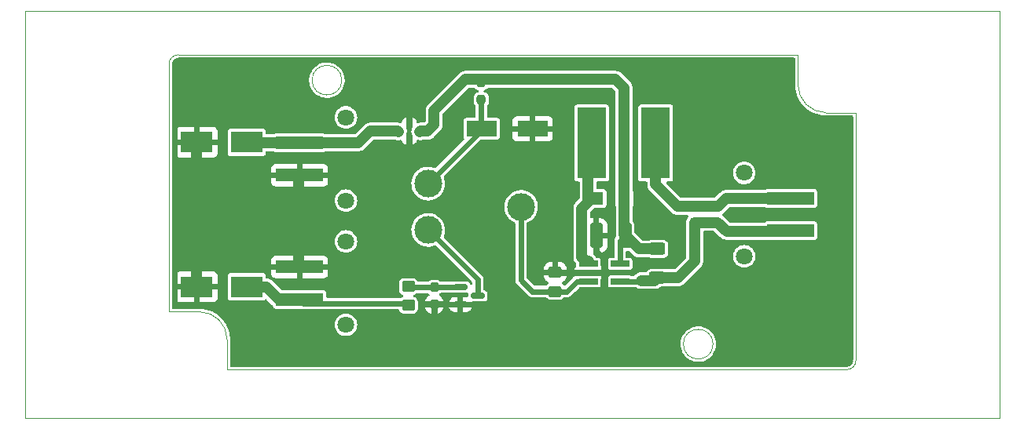
<source format=gbr>
%TF.GenerationSoftware,KiCad,Pcbnew,6.0.6*%
%TF.CreationDate,2023-03-31T16:05:06+02:00*%
%TF.ProjectId,power,706f7765-722e-46b6-9963-61645f706362,rev?*%
%TF.SameCoordinates,Original*%
%TF.FileFunction,Copper,L1,Top*%
%TF.FilePolarity,Positive*%
%FSLAX46Y46*%
G04 Gerber Fmt 4.6, Leading zero omitted, Abs format (unit mm)*
G04 Created by KiCad (PCBNEW 6.0.6) date 2023-03-31 16:05:06*
%MOMM*%
%LPD*%
G01*
G04 APERTURE LIST*
G04 Aperture macros list*
%AMRoundRect*
0 Rectangle with rounded corners*
0 $1 Rounding radius*
0 $2 $3 $4 $5 $6 $7 $8 $9 X,Y pos of 4 corners*
0 Add a 4 corners polygon primitive as box body*
4,1,4,$2,$3,$4,$5,$6,$7,$8,$9,$2,$3,0*
0 Add four circle primitives for the rounded corners*
1,1,$1+$1,$2,$3*
1,1,$1+$1,$4,$5*
1,1,$1+$1,$6,$7*
1,1,$1+$1,$8,$9*
0 Add four rect primitives between the rounded corners*
20,1,$1+$1,$2,$3,$4,$5,0*
20,1,$1+$1,$4,$5,$6,$7,0*
20,1,$1+$1,$6,$7,$8,$9,0*
20,1,$1+$1,$8,$9,$2,$3,0*%
G04 Aperture macros list end*
%TA.AperFunction,Profile*%
%ADD10C,0.090000*%
%TD*%
%TA.AperFunction,Profile*%
%ADD11C,0.100000*%
%TD*%
%TA.AperFunction,SMDPad,CuDef*%
%ADD12RoundRect,0.250000X-0.475000X0.337500X-0.475000X-0.337500X0.475000X-0.337500X0.475000X0.337500X0*%
%TD*%
%TA.AperFunction,WasherPad*%
%ADD13C,1.800000*%
%TD*%
%TA.AperFunction,SMDPad,CuDef*%
%ADD14R,5.100000X1.400000*%
%TD*%
%TA.AperFunction,SMDPad,CuDef*%
%ADD15R,3.100000X7.700000*%
%TD*%
%TA.AperFunction,SMDPad,CuDef*%
%ADD16RoundRect,0.250000X0.625000X-0.400000X0.625000X0.400000X-0.625000X0.400000X-0.625000X-0.400000X0*%
%TD*%
%TA.AperFunction,SMDPad,CuDef*%
%ADD17RoundRect,0.170213X0.229787X0.229787X-0.229787X0.229787X-0.229787X-0.229787X0.229787X-0.229787X0*%
%TD*%
%TA.AperFunction,SMDPad,CuDef*%
%ADD18RoundRect,0.127660X0.172340X0.222340X-0.172340X0.222340X-0.172340X-0.222340X0.172340X-0.222340X0*%
%TD*%
%TA.AperFunction,ComponentPad*%
%ADD19C,3.000000*%
%TD*%
%TA.AperFunction,SMDPad,CuDef*%
%ADD20RoundRect,0.150000X-0.587500X-0.150000X0.587500X-0.150000X0.587500X0.150000X-0.587500X0.150000X0*%
%TD*%
%TA.AperFunction,SMDPad,CuDef*%
%ADD21R,2.000000X0.650000*%
%TD*%
%TA.AperFunction,SMDPad,CuDef*%
%ADD22RoundRect,0.237500X-0.237500X0.300000X-0.237500X-0.300000X0.237500X-0.300000X0.237500X0.300000X0*%
%TD*%
%TA.AperFunction,SMDPad,CuDef*%
%ADD23RoundRect,0.250000X0.450000X-0.350000X0.450000X0.350000X-0.450000X0.350000X-0.450000X-0.350000X0*%
%TD*%
%TA.AperFunction,SMDPad,CuDef*%
%ADD24R,1.300000X1.400000*%
%TD*%
%TA.AperFunction,SMDPad,CuDef*%
%ADD25RoundRect,0.237500X-0.237500X0.250000X-0.237500X-0.250000X0.237500X-0.250000X0.237500X0.250000X0*%
%TD*%
%TA.AperFunction,SMDPad,CuDef*%
%ADD26RoundRect,0.250000X-0.412500X-1.100000X0.412500X-1.100000X0.412500X1.100000X-0.412500X1.100000X0*%
%TD*%
%TA.AperFunction,SMDPad,CuDef*%
%ADD27R,3.500000X2.300000*%
%TD*%
%TA.AperFunction,SMDPad,CuDef*%
%ADD28R,3.300000X1.700000*%
%TD*%
%TA.AperFunction,Conductor*%
%ADD29C,0.600000*%
%TD*%
%TA.AperFunction,Conductor*%
%ADD30C,1.200000*%
%TD*%
G04 APERTURE END LIST*
D10*
X70791471Y-120742043D02*
X70791471Y-117492043D01*
X132291457Y-89992043D02*
G75*
G03*
X135291471Y-92992043I3000043J43D01*
G01*
X83141471Y-89492043D02*
G75*
G03*
X83141471Y-89492043I-1600000J0D01*
G01*
X123141471Y-117992043D02*
G75*
G03*
X123141471Y-117992043I-1600000J0D01*
G01*
X65541471Y-86741971D02*
G75*
G03*
X64541471Y-87742043I-71J-999929D01*
G01*
X64541471Y-114492043D02*
X64541471Y-87742043D01*
X137541471Y-120741971D02*
G75*
G03*
X138541471Y-119742043I-71J1000071D01*
G01*
X135291471Y-92992043D02*
X138541471Y-92992043D01*
X67791471Y-114492043D02*
X64541471Y-114492043D01*
X132291471Y-86742043D02*
X132291471Y-89992043D01*
X137541471Y-120742043D02*
X70791471Y-120742043D01*
X70791457Y-117492043D02*
G75*
G03*
X67791471Y-114492043I-2999957J43D01*
G01*
X65541471Y-86742043D02*
X132291471Y-86742043D01*
X138541471Y-92992043D02*
X138541471Y-119742043D01*
D11*
X154000000Y-126000000D02*
X49000000Y-126000000D01*
X49000000Y-126000000D02*
X49000000Y-82000000D01*
X49000000Y-82000000D02*
X154000000Y-82000000D01*
X154000000Y-82000000D02*
X154000000Y-126000000D01*
D12*
%TO.P,C1,1*%
%TO.N,GND*%
X106136000Y-110228500D03*
%TO.P,C1,2*%
%TO.N,Net-(C1-Pad2)*%
X106136000Y-112303500D03*
%TD*%
D13*
%TO.P,J1,*%
%TO.N,*%
X126500000Y-99500000D03*
X126500000Y-108500000D03*
D14*
%TO.P,J1,1,Pin_1*%
%TO.N,Net-(C2-Pad1)*%
X131495000Y-102250000D03*
%TO.P,J1,2,Pin_2*%
%TO.N,Net-(C2-Pad2)*%
X131495000Y-105750000D03*
%TD*%
D15*
%TO.P,L1,1*%
%TO.N,Net-(D2-Pad2)*%
X110067000Y-96266000D03*
%TO.P,L1,2*%
%TO.N,Net-(C2-Pad1)*%
X116967000Y-96266000D03*
%TD*%
D16*
%TO.P,R4,1*%
%TO.N,Net-(C2-Pad2)*%
X117136000Y-110816000D03*
%TO.P,R4,2*%
%TO.N,+12V*%
X117136000Y-107716000D03*
%TD*%
D17*
%TO.P,C4,1,1*%
%TO.N,+12V*%
X91500000Y-94996000D03*
D18*
%TO.P,C4,2,2*%
%TO.N,GND*%
X90400000Y-94346000D03*
X90400000Y-95646000D03*
D17*
%TO.P,C4,3,3*%
%TO.N,Net-(C4-Pad3)*%
X89300000Y-94996000D03*
%TD*%
D19*
%TO.P,RV1,1,1*%
%TO.N,Net-(Q1-Pad3)*%
X92456000Y-105664000D03*
%TO.P,RV1,2,2*%
%TO.N,Net-(C1-Pad2)*%
X102456000Y-103164000D03*
%TO.P,RV1,3,3*%
%TO.N,Net-(D1-Pad1)*%
X92456000Y-100664000D03*
%TD*%
D20*
%TO.P,Q1,1,G*%
%TO.N,Net-(Q1-Pad1)*%
X95931000Y-111826000D03*
%TO.P,Q1,2,S*%
%TO.N,GND*%
X95931000Y-113726000D03*
%TO.P,Q1,3,D*%
%TO.N,Net-(Q1-Pad3)*%
X97806000Y-112776000D03*
%TD*%
D21*
%TO.P,U1,1,Lx*%
%TO.N,Net-(D2-Pad2)*%
X109716000Y-109316000D03*
%TO.P,U1,2,GND*%
%TO.N,GND*%
X109716000Y-110266000D03*
%TO.P,U1,3,Vset*%
%TO.N,Net-(C1-Pad2)*%
X109716000Y-111216000D03*
%TO.P,U1,4,Isense*%
%TO.N,Net-(C2-Pad2)*%
X113136000Y-111216000D03*
%TO.P,U1,5,Vin*%
%TO.N,+12V*%
X113136000Y-109316000D03*
%TD*%
D22*
%TO.P,C2,1*%
%TO.N,Net-(C2-Pad1)*%
X121158000Y-103124000D03*
%TO.P,C2,2*%
%TO.N,Net-(C2-Pad2)*%
X121158000Y-104849000D03*
%TD*%
D23*
%TO.P,R3,1*%
%TO.N,Net-(D4-Pad1)*%
X90312500Y-113776000D03*
%TO.P,R3,2*%
%TO.N,Net-(Q1-Pad1)*%
X90312500Y-111776000D03*
%TD*%
D24*
%TO.P,D2,1,K*%
%TO.N,+12V*%
X113586000Y-102266000D03*
%TO.P,D2,2,A*%
%TO.N,Net-(D2-Pad2)*%
X110686000Y-102266000D03*
%TD*%
D25*
%TO.P,R1,1*%
%TO.N,+12V*%
X98171000Y-89765500D03*
%TO.P,R1,2*%
%TO.N,Net-(D1-Pad1)*%
X98171000Y-91590500D03*
%TD*%
D26*
%TO.P,C3,1*%
%TO.N,GND*%
X110573500Y-106266000D03*
%TO.P,C3,2*%
%TO.N,+12V*%
X113698500Y-106266000D03*
%TD*%
D27*
%TO.P,D3,1,A1*%
%TO.N,Net-(C4-Pad3)*%
X72900000Y-96200000D03*
%TO.P,D3,2,A2*%
%TO.N,GND*%
X67500000Y-96200000D03*
%TD*%
D28*
%TO.P,D1,1,K*%
%TO.N,Net-(D1-Pad1)*%
X98215000Y-94742000D03*
%TO.P,D1,2,A*%
%TO.N,GND*%
X103715000Y-94742000D03*
%TD*%
D13*
%TO.P,J2,*%
%TO.N,*%
X83597500Y-102500000D03*
X83597500Y-93500000D03*
D14*
%TO.P,J2,1,Pin_1*%
%TO.N,GND*%
X78602500Y-99750000D03*
%TO.P,J2,2,Pin_2*%
%TO.N,Net-(C4-Pad3)*%
X78602500Y-96250000D03*
%TD*%
D25*
%TO.P,R2,1*%
%TO.N,Net-(Q1-Pad1)*%
X93106500Y-111863500D03*
%TO.P,R2,2*%
%TO.N,GND*%
X93106500Y-113688500D03*
%TD*%
D13*
%TO.P,J3,*%
%TO.N,*%
X83597500Y-106900000D03*
X83597500Y-115900000D03*
D14*
%TO.P,J3,1,Pin_1*%
%TO.N,Net-(D4-Pad1)*%
X78602500Y-113150000D03*
%TO.P,J3,2,Pin_2*%
%TO.N,GND*%
X78602500Y-109650000D03*
%TD*%
D27*
%TO.P,D4,1,A1*%
%TO.N,Net-(D4-Pad1)*%
X72900000Y-111800000D03*
%TO.P,D4,2,A2*%
%TO.N,GND*%
X67500000Y-111800000D03*
%TD*%
D29*
%TO.N,GND*%
X89408000Y-99592000D02*
X89408000Y-104013000D01*
D30*
X78613000Y-104648000D02*
X69552000Y-104648000D01*
D29*
X89893000Y-91948000D02*
X90400000Y-92455000D01*
X65852000Y-91948000D02*
X89893000Y-91948000D01*
X111326000Y-108709000D02*
X110573500Y-107956500D01*
X111311000Y-110266000D02*
X111326000Y-110251000D01*
X90400000Y-98600000D02*
X89408000Y-99592000D01*
D30*
X78486000Y-104775000D02*
X78486000Y-109533500D01*
D29*
X90400000Y-95646000D02*
X90400000Y-98600000D01*
X88773000Y-104648000D02*
X85725000Y-104648000D01*
X65400000Y-113800000D02*
X65151471Y-113551471D01*
X93106500Y-113688500D02*
X93106500Y-117856000D01*
X89408000Y-104013000D02*
X88773000Y-104648000D01*
D30*
X78613000Y-104648000D02*
X78486000Y-104775000D01*
D29*
X109716000Y-110266000D02*
X106173500Y-110266000D01*
X76327000Y-117856000D02*
X72271000Y-113800000D01*
X90400000Y-92455000D02*
X90400000Y-94345000D01*
D30*
X67500000Y-106700000D02*
X67500000Y-111800000D01*
D29*
X111326000Y-110251000D02*
X111326000Y-108709000D01*
X72271000Y-113800000D02*
X65400000Y-113800000D01*
X65151471Y-92648529D02*
X65852000Y-91948000D01*
X110573500Y-107956500D02*
X110573500Y-106266000D01*
X111326000Y-113210000D02*
X106680000Y-117856000D01*
X106680000Y-117856000D02*
X76327000Y-117856000D01*
X109716000Y-110266000D02*
X111311000Y-110266000D01*
D30*
X78486000Y-104521000D02*
X78486000Y-99866500D01*
D29*
X95931000Y-113726000D02*
X93144000Y-113726000D01*
D30*
X78486000Y-109533500D02*
X78602500Y-109650000D01*
X78486000Y-99866500D02*
X78602500Y-99750000D01*
X69552000Y-104648000D02*
X67500000Y-106700000D01*
X78613000Y-104648000D02*
X78486000Y-104521000D01*
D29*
X111326000Y-110251000D02*
X111326000Y-113210000D01*
X65151471Y-113551471D02*
X65151471Y-92648529D01*
D30*
X69048000Y-104648000D02*
X67500000Y-103100000D01*
X69552000Y-104648000D02*
X69048000Y-104648000D01*
X67500000Y-103100000D02*
X67500000Y-96200000D01*
X85725000Y-104648000D02*
X78613000Y-104648000D01*
D29*
%TO.N,Net-(C1-Pad2)*%
X109716000Y-111216000D02*
X108494000Y-111216000D01*
X102456000Y-111092000D02*
X102456000Y-103164000D01*
X107406500Y-112303500D02*
X106136000Y-112303500D01*
X103667500Y-112303500D02*
X102456000Y-111092000D01*
X108494000Y-111216000D02*
X107406500Y-112303500D01*
X106136000Y-112303500D02*
X103667500Y-112303500D01*
D30*
%TO.N,+12V*%
X93091000Y-94309000D02*
X92400000Y-95000000D01*
X113586000Y-102266000D02*
X113586000Y-106153500D01*
X93091000Y-92792000D02*
X93091000Y-94309000D01*
D29*
X113136000Y-106828500D02*
X113698500Y-106266000D01*
D30*
X112649000Y-89408000D02*
X96475000Y-89408000D01*
X91610000Y-94998153D02*
X91556076Y-95052077D01*
X96475000Y-89408000D02*
X93091000Y-92792000D01*
X113586000Y-106153500D02*
X113698500Y-106266000D01*
X92398153Y-94998153D02*
X91610000Y-94998153D01*
D29*
X113136000Y-109316000D02*
X113136000Y-106828500D01*
D30*
X115148500Y-107716000D02*
X113698500Y-106266000D01*
X113538000Y-102218000D02*
X113538000Y-90297000D01*
X92400000Y-95000000D02*
X92398153Y-94998153D01*
X117136000Y-107716000D02*
X115148500Y-107716000D01*
X113538000Y-90297000D02*
X112649000Y-89408000D01*
%TO.N,Net-(C2-Pad1)*%
X131495000Y-102250000D02*
X124550000Y-102250000D01*
X123676000Y-103124000D02*
X121158000Y-103124000D01*
X116967000Y-96266000D02*
X116967000Y-100767000D01*
X124550000Y-102250000D02*
X123676000Y-103124000D01*
X119324000Y-103124000D02*
X121158000Y-103124000D01*
X116967000Y-100767000D02*
X119324000Y-103124000D01*
D29*
%TO.N,Net-(D1-Pad1)*%
X92456000Y-100664000D02*
X98215000Y-94905000D01*
X98171000Y-91590500D02*
X98171000Y-94698000D01*
D30*
%TO.N,Net-(D2-Pad2)*%
X109686000Y-102658000D02*
X109001000Y-103343000D01*
X109686000Y-96647000D02*
X109686000Y-102658000D01*
X109001000Y-108601000D02*
X109431000Y-109031000D01*
D29*
X109716000Y-109316000D02*
X109716000Y-108846000D01*
X109716000Y-108846000D02*
X109101000Y-108231000D01*
D30*
X109001000Y-103343000D02*
X109001000Y-108601000D01*
X109431000Y-109031000D02*
X109716000Y-109031000D01*
D29*
%TO.N,Net-(C2-Pad2)*%
X113136000Y-111216000D02*
X115352000Y-111216000D01*
D30*
X124600000Y-105800000D02*
X123649000Y-104849000D01*
D29*
X115352000Y-111216000D02*
X115443000Y-111125000D01*
D30*
X119384000Y-110816000D02*
X117136000Y-110816000D01*
X115443000Y-111125000D02*
X116827000Y-111125000D01*
X131445000Y-105800000D02*
X124600000Y-105800000D01*
X123649000Y-104849000D02*
X121158000Y-104849000D01*
X121158000Y-104849000D02*
X121158000Y-109042000D01*
X121158000Y-109042000D02*
X119384000Y-110816000D01*
X116827000Y-111125000D02*
X117136000Y-110816000D01*
D29*
%TO.N,Net-(Q1-Pad1)*%
X95931000Y-111826000D02*
X93144000Y-111826000D01*
X93106500Y-111863500D02*
X90400000Y-111863500D01*
%TO.N,Net-(Q1-Pad3)*%
X92456000Y-105664000D02*
X97806000Y-111014000D01*
X97806000Y-111014000D02*
X97806000Y-111594000D01*
X97806000Y-112776000D02*
X97806000Y-111594000D01*
D30*
%TO.N,Net-(C4-Pad3)*%
X84967000Y-96233000D02*
X86201847Y-94998153D01*
X78486000Y-96233000D02*
X84967000Y-96233000D01*
X86201847Y-94998153D02*
X89190000Y-94998153D01*
X89190000Y-94998153D02*
X89243924Y-95052077D01*
X78602500Y-96250000D02*
X72950000Y-96250000D01*
D29*
%TO.N,Net-(D4-Pad1)*%
X78486000Y-113063000D02*
X79023000Y-113600000D01*
D30*
X75000000Y-111800000D02*
X76350000Y-113150000D01*
X76350000Y-113150000D02*
X78602500Y-113150000D01*
X72900000Y-111800000D02*
X74600000Y-111800000D01*
X72900000Y-111800000D02*
X75000000Y-111800000D01*
D29*
X79023000Y-113600000D02*
X90136500Y-113600000D01*
%TD*%
%TA.AperFunction,Conductor*%
%TO.N,GND*%
G36*
X131923092Y-87072545D02*
G01*
X131969585Y-87126201D01*
X131980971Y-87178543D01*
X131980971Y-89953858D01*
X131979057Y-89975735D01*
X131978096Y-89981183D01*
X131978096Y-89981186D01*
X131976181Y-89992048D01*
X131976513Y-89993928D01*
X131994579Y-90338563D01*
X131995092Y-90341804D01*
X131995093Y-90341810D01*
X132014931Y-90467051D01*
X132048864Y-90681281D01*
X132082363Y-90806295D01*
X132136404Y-91007968D01*
X132138676Y-91016448D01*
X132139859Y-91019529D01*
X132139861Y-91019536D01*
X132158832Y-91068956D01*
X132263029Y-91340391D01*
X132420562Y-91649561D01*
X132609548Y-91940571D01*
X132827918Y-92210233D01*
X133073278Y-92455592D01*
X133075842Y-92457668D01*
X133075845Y-92457671D01*
X133270992Y-92615698D01*
X133342941Y-92673961D01*
X133633952Y-92862946D01*
X133636884Y-92864440D01*
X133636891Y-92864444D01*
X133940188Y-93018982D01*
X133940195Y-93018985D01*
X133943123Y-93020477D01*
X133946195Y-93021656D01*
X133946199Y-93021658D01*
X133949349Y-93022867D01*
X134267067Y-93144829D01*
X134602234Y-93234639D01*
X134788704Y-93264174D01*
X134941706Y-93288409D01*
X134941712Y-93288410D01*
X134944953Y-93288923D01*
X135289475Y-93306982D01*
X135291468Y-93307333D01*
X135307779Y-93304457D01*
X135329658Y-93302543D01*
X138104971Y-93302543D01*
X138173092Y-93322545D01*
X138219585Y-93376201D01*
X138230971Y-93428543D01*
X138230971Y-119703821D01*
X138229054Y-119725717D01*
X138228096Y-119731143D01*
X138228096Y-119731146D01*
X138226181Y-119741998D01*
X138228093Y-119752852D01*
X138228092Y-119763877D01*
X138227075Y-119763877D01*
X138227555Y-119776631D01*
X138218923Y-119864159D01*
X138214102Y-119888379D01*
X138209001Y-119905192D01*
X138182060Y-119993972D01*
X138172606Y-120016789D01*
X138120584Y-120114097D01*
X138106864Y-120134629D01*
X138036850Y-120219933D01*
X138019399Y-120237383D01*
X137934088Y-120307393D01*
X137913561Y-120321108D01*
X137816238Y-120373129D01*
X137793425Y-120382578D01*
X137687830Y-120414614D01*
X137663620Y-120419431D01*
X137575818Y-120428084D01*
X137563328Y-120427609D01*
X137563328Y-120428666D01*
X137552307Y-120428667D01*
X137541449Y-120426753D01*
X137530593Y-120428668D01*
X137530592Y-120428668D01*
X137525157Y-120429627D01*
X137503268Y-120431543D01*
X71227971Y-120431543D01*
X71159850Y-120411541D01*
X71113357Y-120357885D01*
X71101971Y-120305543D01*
X71101971Y-117931879D01*
X119627036Y-117931879D01*
X119629400Y-117992043D01*
X119637658Y-118202226D01*
X119686266Y-118468379D01*
X119771891Y-118725027D01*
X119773883Y-118729014D01*
X119773884Y-118729016D01*
X119853477Y-118888306D01*
X119892823Y-118967051D01*
X120046650Y-119189620D01*
X120049672Y-119192889D01*
X120227287Y-119385033D01*
X120227292Y-119385038D01*
X120230303Y-119388295D01*
X120440117Y-119559111D01*
X120443934Y-119561409D01*
X120668091Y-119696362D01*
X120668095Y-119696364D01*
X120671907Y-119698659D01*
X120710153Y-119714854D01*
X120916943Y-119802419D01*
X120916948Y-119802421D01*
X120921046Y-119804156D01*
X120925343Y-119805295D01*
X120925348Y-119805297D01*
X121051806Y-119838826D01*
X121182565Y-119873496D01*
X121451244Y-119905297D01*
X121721724Y-119898922D01*
X121726118Y-119898191D01*
X121726125Y-119898190D01*
X121984206Y-119855234D01*
X121984210Y-119855233D01*
X121988608Y-119854501D01*
X122246569Y-119772918D01*
X122250580Y-119770992D01*
X122250585Y-119770990D01*
X122486444Y-119657732D01*
X122486445Y-119657731D01*
X122490463Y-119655802D01*
X122631732Y-119561409D01*
X122711713Y-119507968D01*
X122711717Y-119507965D01*
X122715421Y-119505490D01*
X122718738Y-119502519D01*
X122718742Y-119502516D01*
X122913638Y-119327952D01*
X122913639Y-119327951D01*
X122916956Y-119324980D01*
X123091046Y-119117875D01*
X123096717Y-119108783D01*
X123231854Y-118892097D01*
X123231856Y-118892094D01*
X123234218Y-118888306D01*
X123343615Y-118640855D01*
X123417055Y-118380458D01*
X123453071Y-118112311D01*
X123456851Y-117992043D01*
X123452907Y-117936331D01*
X123438058Y-117726613D01*
X123437743Y-117722164D01*
X123380798Y-117457669D01*
X123359582Y-117400158D01*
X123288696Y-117208014D01*
X123287155Y-117203837D01*
X123255694Y-117145530D01*
X123160793Y-116969647D01*
X123158680Y-116965731D01*
X122997937Y-116748103D01*
X122808135Y-116555295D01*
X122756931Y-116516217D01*
X122596598Y-116393856D01*
X122593058Y-116391154D01*
X122475121Y-116325106D01*
X122360886Y-116261131D01*
X122360883Y-116261130D01*
X122357000Y-116258955D01*
X122352855Y-116257351D01*
X122352852Y-116257350D01*
X122213334Y-116203375D01*
X122104670Y-116161336D01*
X121841102Y-116100245D01*
X121571556Y-116076899D01*
X121567121Y-116077143D01*
X121567117Y-116077143D01*
X121457177Y-116083194D01*
X121301410Y-116091766D01*
X121297047Y-116092634D01*
X121297046Y-116092634D01*
X121040422Y-116143680D01*
X121040420Y-116143681D01*
X121036054Y-116144549D01*
X120780782Y-116234194D01*
X120540688Y-116358913D01*
X120537073Y-116361496D01*
X120537067Y-116361500D01*
X120324183Y-116513629D01*
X120324179Y-116513632D01*
X120320562Y-116516217D01*
X120124796Y-116702968D01*
X119957297Y-116915440D01*
X119928086Y-116965731D01*
X119823641Y-117145545D01*
X119823638Y-117145551D01*
X119821407Y-117149392D01*
X119819737Y-117153515D01*
X119741249Y-117347293D01*
X119719836Y-117400158D01*
X119654612Y-117662733D01*
X119627036Y-117931879D01*
X71101971Y-117931879D01*
X71101971Y-117530233D01*
X71103886Y-117508351D01*
X71104847Y-117502901D01*
X71106761Y-117492048D01*
X71106390Y-117489942D01*
X71090722Y-117190910D01*
X71088517Y-117148824D01*
X71088516Y-117148816D01*
X71088344Y-117145530D01*
X71072149Y-117043266D01*
X71034583Y-116806068D01*
X71034067Y-116802809D01*
X70944262Y-116467639D01*
X70819914Y-116143692D01*
X70800468Y-116105525D01*
X70695749Y-115900000D01*
X82382376Y-115900000D01*
X82400836Y-116111004D01*
X82455657Y-116315597D01*
X82457979Y-116320578D01*
X82457980Y-116320579D01*
X82526556Y-116467639D01*
X82545172Y-116507562D01*
X82666661Y-116681067D01*
X82816433Y-116830839D01*
X82989938Y-116952328D01*
X82994916Y-116954649D01*
X82994919Y-116954651D01*
X83176921Y-117039520D01*
X83181903Y-117041843D01*
X83187211Y-117043265D01*
X83187213Y-117043266D01*
X83249691Y-117060007D01*
X83386496Y-117096664D01*
X83597500Y-117115124D01*
X83808504Y-117096664D01*
X83945309Y-117060007D01*
X84007787Y-117043266D01*
X84007789Y-117043265D01*
X84013097Y-117041843D01*
X84018079Y-117039520D01*
X84200081Y-116954651D01*
X84200084Y-116954649D01*
X84205062Y-116952328D01*
X84378567Y-116830839D01*
X84528339Y-116681067D01*
X84649828Y-116507562D01*
X84668445Y-116467639D01*
X84737020Y-116320579D01*
X84737021Y-116320578D01*
X84739343Y-116315597D01*
X84794164Y-116111004D01*
X84812624Y-115900000D01*
X84794164Y-115688996D01*
X84739343Y-115484403D01*
X84649828Y-115292438D01*
X84528339Y-115118933D01*
X84378567Y-114969161D01*
X84205062Y-114847672D01*
X84200084Y-114845351D01*
X84200081Y-114845349D01*
X84018079Y-114760480D01*
X84018078Y-114760479D01*
X84013097Y-114758157D01*
X84007789Y-114756735D01*
X84007787Y-114756734D01*
X83945309Y-114739993D01*
X83808504Y-114703336D01*
X83597500Y-114684876D01*
X83386496Y-114703336D01*
X83249691Y-114739993D01*
X83187213Y-114756734D01*
X83187211Y-114756735D01*
X83181903Y-114758157D01*
X83176922Y-114760479D01*
X83176921Y-114760480D01*
X82994919Y-114845349D01*
X82994916Y-114845351D01*
X82989938Y-114847672D01*
X82816433Y-114969161D01*
X82666661Y-115118933D01*
X82545172Y-115292438D01*
X82455657Y-115484403D01*
X82400836Y-115688996D01*
X82382376Y-115900000D01*
X70695749Y-115900000D01*
X70663880Y-115837452D01*
X70663879Y-115837451D01*
X70662385Y-115834518D01*
X70473401Y-115543505D01*
X70429842Y-115489713D01*
X70257108Y-115276404D01*
X70255032Y-115273840D01*
X70009672Y-115028478D01*
X69941232Y-114973056D01*
X69790291Y-114850827D01*
X69740008Y-114810109D01*
X69575592Y-114703336D01*
X69451746Y-114622909D01*
X69451739Y-114622905D01*
X69448995Y-114621123D01*
X69444350Y-114618756D01*
X69142762Y-114465090D01*
X69139822Y-114463592D01*
X68815876Y-114339243D01*
X68480706Y-114249436D01*
X68477460Y-114248922D01*
X68477451Y-114248920D01*
X68258868Y-114214302D01*
X68137985Y-114195157D01*
X67920707Y-114183772D01*
X67805012Y-114177709D01*
X67805011Y-114177709D01*
X67793461Y-114177104D01*
X67791468Y-114176753D01*
X67775158Y-114179629D01*
X67753278Y-114181543D01*
X64977971Y-114181543D01*
X64909850Y-114161541D01*
X64863357Y-114107885D01*
X64851971Y-114055543D01*
X64851971Y-112994669D01*
X65242001Y-112994669D01*
X65242371Y-113001490D01*
X65247895Y-113052352D01*
X65251521Y-113067604D01*
X65296676Y-113188054D01*
X65305214Y-113203649D01*
X65381715Y-113305724D01*
X65394276Y-113318285D01*
X65496351Y-113394786D01*
X65511946Y-113403324D01*
X65632394Y-113448478D01*
X65647649Y-113452105D01*
X65698514Y-113457631D01*
X65705328Y-113458000D01*
X67181885Y-113458000D01*
X67197124Y-113453525D01*
X67198329Y-113452135D01*
X67200000Y-113444452D01*
X67200000Y-113439884D01*
X67800000Y-113439884D01*
X67804475Y-113455123D01*
X67805865Y-113456328D01*
X67813548Y-113457999D01*
X69294669Y-113457999D01*
X69301490Y-113457629D01*
X69352352Y-113452105D01*
X69367604Y-113448479D01*
X69488054Y-113403324D01*
X69503649Y-113394786D01*
X69605724Y-113318285D01*
X69618285Y-113305724D01*
X69694786Y-113203649D01*
X69703324Y-113188054D01*
X69748478Y-113067606D01*
X69752105Y-113052351D01*
X69757631Y-113001486D01*
X69758000Y-112994672D01*
X69758000Y-112118115D01*
X69753525Y-112102876D01*
X69752135Y-112101671D01*
X69744452Y-112100000D01*
X67818115Y-112100000D01*
X67802876Y-112104475D01*
X67801671Y-112105865D01*
X67800000Y-112113548D01*
X67800000Y-113439884D01*
X67200000Y-113439884D01*
X67200000Y-112118115D01*
X67195525Y-112102876D01*
X67194135Y-112101671D01*
X67186452Y-112100000D01*
X65260116Y-112100000D01*
X65244877Y-112104475D01*
X65243672Y-112105865D01*
X65242001Y-112113548D01*
X65242001Y-112994669D01*
X64851971Y-112994669D01*
X64851971Y-111481885D01*
X65242000Y-111481885D01*
X65246475Y-111497124D01*
X65247865Y-111498329D01*
X65255548Y-111500000D01*
X67181885Y-111500000D01*
X67197124Y-111495525D01*
X67198329Y-111494135D01*
X67200000Y-111486452D01*
X67200000Y-111481885D01*
X67800000Y-111481885D01*
X67804475Y-111497124D01*
X67805865Y-111498329D01*
X67813548Y-111500000D01*
X69739884Y-111500000D01*
X69755123Y-111495525D01*
X69756328Y-111494135D01*
X69757999Y-111486452D01*
X69757999Y-110605331D01*
X69757920Y-110603871D01*
X70839500Y-110603871D01*
X70839501Y-112996128D01*
X70842722Y-113023204D01*
X70889677Y-113128915D01*
X70971539Y-113210635D01*
X70982176Y-113215338D01*
X70982178Y-113215339D01*
X71068666Y-113253575D01*
X71068667Y-113253575D01*
X71077332Y-113257406D01*
X71103871Y-113260500D01*
X72885168Y-113260500D01*
X74696128Y-113260499D01*
X74723204Y-113257278D01*
X74754050Y-113243577D01*
X74818280Y-113215047D01*
X74828915Y-113210323D01*
X74851146Y-113188054D01*
X74886576Y-113152562D01*
X74948859Y-113118483D01*
X75019679Y-113123486D01*
X75064844Y-113152485D01*
X75648496Y-113736137D01*
X75661337Y-113751171D01*
X75669640Y-113762599D01*
X75700313Y-113790217D01*
X75737551Y-113850660D01*
X75742001Y-113883851D01*
X75742001Y-113896128D01*
X75745222Y-113923204D01*
X75792177Y-114028915D01*
X75800410Y-114037134D01*
X75800411Y-114037135D01*
X75802828Y-114039548D01*
X75874039Y-114110635D01*
X75884676Y-114115338D01*
X75884678Y-114115339D01*
X75971166Y-114153575D01*
X75971167Y-114153575D01*
X75979832Y-114157406D01*
X76006371Y-114160500D01*
X76311613Y-114160500D01*
X78745735Y-114160499D01*
X78791007Y-114169134D01*
X78796474Y-114172140D01*
X78804156Y-114174112D01*
X78804158Y-114174113D01*
X78815029Y-114176904D01*
X78833730Y-114183306D01*
X78851322Y-114190919D01*
X78859151Y-114192159D01*
X78893189Y-114197550D01*
X78904812Y-114199957D01*
X78930535Y-114206561D01*
X78945876Y-114210500D01*
X78965038Y-114210500D01*
X78984748Y-114212051D01*
X78995841Y-114213808D01*
X78995842Y-114213808D01*
X79003671Y-114215048D01*
X79011563Y-114214302D01*
X79016790Y-114213808D01*
X79045873Y-114211059D01*
X79057730Y-114210500D01*
X89206629Y-114210500D01*
X89274750Y-114230502D01*
X89323037Y-114288281D01*
X89372904Y-114408669D01*
X89377930Y-114415219D01*
X89377931Y-114415220D01*
X89457718Y-114519201D01*
X89462746Y-114525754D01*
X89579832Y-114615596D01*
X89716180Y-114672074D01*
X89724364Y-114673151D01*
X89724366Y-114673152D01*
X89821672Y-114685962D01*
X89825759Y-114686500D01*
X90312440Y-114686500D01*
X90799240Y-114686499D01*
X90803324Y-114685961D01*
X90803330Y-114685961D01*
X90900633Y-114673152D01*
X90900635Y-114673151D01*
X90908820Y-114672074D01*
X91045169Y-114615596D01*
X91153687Y-114532328D01*
X91155703Y-114530781D01*
X91155704Y-114530780D01*
X91162254Y-114525754D01*
X91252096Y-114408668D01*
X91308574Y-114272320D01*
X91311475Y-114250289D01*
X91322462Y-114166828D01*
X91322462Y-114166827D01*
X91323000Y-114162741D01*
X91323000Y-114005261D01*
X92125288Y-114005261D01*
X92133575Y-114085132D01*
X92136468Y-114098528D01*
X92186988Y-114249953D01*
X92193153Y-114263115D01*
X92276926Y-114398492D01*
X92285960Y-114409890D01*
X92398629Y-114522363D01*
X92410040Y-114531375D01*
X92545563Y-114614912D01*
X92558741Y-114621056D01*
X92710267Y-114671315D01*
X92723632Y-114674181D01*
X92788477Y-114680824D01*
X92803177Y-114678096D01*
X92806500Y-114665863D01*
X92806500Y-114664539D01*
X93406500Y-114664539D01*
X93410704Y-114678856D01*
X93423261Y-114680915D01*
X93490632Y-114673925D01*
X93504028Y-114671032D01*
X93655453Y-114620512D01*
X93668615Y-114614347D01*
X93803992Y-114530574D01*
X93815390Y-114521540D01*
X93927863Y-114408871D01*
X93936875Y-114397460D01*
X94020412Y-114261937D01*
X94026556Y-114248759D01*
X94076815Y-114097234D01*
X94079681Y-114083868D01*
X94084393Y-114037871D01*
X94705321Y-114037871D01*
X94732606Y-114131787D01*
X94738853Y-114146223D01*
X94815411Y-114275678D01*
X94825051Y-114288104D01*
X94931396Y-114394449D01*
X94943822Y-114404089D01*
X95073279Y-114480648D01*
X95087710Y-114486893D01*
X95233565Y-114529269D01*
X95246167Y-114531570D01*
X95274584Y-114533807D01*
X95279514Y-114534000D01*
X95612885Y-114534000D01*
X95628124Y-114529525D01*
X95629329Y-114528135D01*
X95631000Y-114520452D01*
X95631000Y-114515884D01*
X96231000Y-114515884D01*
X96235475Y-114531123D01*
X96236865Y-114532328D01*
X96244548Y-114533999D01*
X96582484Y-114533999D01*
X96587420Y-114533805D01*
X96615836Y-114531570D01*
X96628431Y-114529270D01*
X96774290Y-114486893D01*
X96788721Y-114480648D01*
X96918178Y-114404089D01*
X96930604Y-114394449D01*
X97036949Y-114288104D01*
X97046589Y-114275678D01*
X97123147Y-114146223D01*
X97129394Y-114131787D01*
X97155074Y-114043395D01*
X97155034Y-114029295D01*
X97147764Y-114026000D01*
X96249115Y-114026000D01*
X96233876Y-114030475D01*
X96232671Y-114031865D01*
X96231000Y-114039548D01*
X96231000Y-114515884D01*
X95631000Y-114515884D01*
X95631000Y-114044115D01*
X95626525Y-114028876D01*
X95625135Y-114027671D01*
X95617452Y-114026000D01*
X94719987Y-114026000D01*
X94706456Y-114029973D01*
X94705321Y-114037871D01*
X94084393Y-114037871D01*
X94087605Y-114006523D01*
X94084877Y-113991824D01*
X94072642Y-113988500D01*
X93424615Y-113988500D01*
X93409376Y-113992975D01*
X93408171Y-113994365D01*
X93406500Y-114002048D01*
X93406500Y-114664539D01*
X92806500Y-114664539D01*
X92806500Y-114006615D01*
X92802025Y-113991376D01*
X92800635Y-113990171D01*
X92792952Y-113988500D01*
X92141664Y-113988500D01*
X92127347Y-113992704D01*
X92125288Y-114005261D01*
X91323000Y-114005261D01*
X91322999Y-113408605D01*
X94706926Y-113408605D01*
X94706966Y-113422705D01*
X94714236Y-113426000D01*
X95612885Y-113426000D01*
X95628124Y-113421525D01*
X95629329Y-113420135D01*
X95631000Y-113412452D01*
X95631000Y-112936116D01*
X95626525Y-112920877D01*
X95625135Y-112919672D01*
X95617452Y-112918001D01*
X95279517Y-112918001D01*
X95274580Y-112918195D01*
X95246164Y-112920430D01*
X95233569Y-112922730D01*
X95087710Y-112965107D01*
X95073279Y-112971352D01*
X94943822Y-113047911D01*
X94931396Y-113057551D01*
X94825051Y-113163896D01*
X94815411Y-113176322D01*
X94738853Y-113305777D01*
X94732606Y-113320213D01*
X94706926Y-113408605D01*
X91322999Y-113408605D01*
X91322999Y-113389260D01*
X91321900Y-113380907D01*
X91309652Y-113287867D01*
X91309651Y-113287865D01*
X91308574Y-113279680D01*
X91252096Y-113143331D01*
X91207175Y-113084789D01*
X91167281Y-113032797D01*
X91167280Y-113032796D01*
X91162254Y-113026246D01*
X91045168Y-112936404D01*
X90938956Y-112892409D01*
X90883676Y-112847860D01*
X90861255Y-112780497D01*
X90878813Y-112711705D01*
X90930776Y-112663327D01*
X90938956Y-112659591D01*
X90960457Y-112650685D01*
X91045169Y-112615596D01*
X91135439Y-112546330D01*
X91155708Y-112530777D01*
X91162254Y-112525754D01*
X91167277Y-112519208D01*
X91173122Y-112513363D01*
X91175073Y-112515314D01*
X91221476Y-112481430D01*
X91264103Y-112474000D01*
X92396682Y-112474000D01*
X92464803Y-112494002D01*
X92477643Y-112504349D01*
X92477862Y-112504638D01*
X92541554Y-112552983D01*
X92548831Y-112558506D01*
X92590998Y-112615624D01*
X92595591Y-112686472D01*
X92561152Y-112748556D01*
X92538955Y-112766014D01*
X92409004Y-112846429D01*
X92397610Y-112855460D01*
X92285137Y-112968129D01*
X92276125Y-112979540D01*
X92192588Y-113115063D01*
X92186444Y-113128241D01*
X92136185Y-113279766D01*
X92133319Y-113293132D01*
X92125395Y-113370477D01*
X92128123Y-113385176D01*
X92140358Y-113388500D01*
X94071336Y-113388500D01*
X94085653Y-113384296D01*
X94087712Y-113371739D01*
X94079425Y-113291868D01*
X94076532Y-113278472D01*
X94026012Y-113127047D01*
X94019847Y-113113885D01*
X93936074Y-112978508D01*
X93927040Y-112967110D01*
X93814371Y-112854637D01*
X93802960Y-112845625D01*
X93674125Y-112766210D01*
X93626632Y-112713438D01*
X93615208Y-112643366D01*
X93643482Y-112578242D01*
X93664062Y-112558587D01*
X93680137Y-112546386D01*
X93735138Y-112504638D01*
X93749041Y-112486321D01*
X93806158Y-112444154D01*
X93849404Y-112436500D01*
X95969408Y-112436500D01*
X95969411Y-112436499D01*
X96573530Y-112436499D01*
X96576480Y-112436220D01*
X96576485Y-112436220D01*
X96598114Y-112434176D01*
X96598115Y-112434176D01*
X96605764Y-112433453D01*
X96608123Y-112432624D01*
X96676718Y-112437408D01*
X96733630Y-112479854D01*
X96758559Y-112546330D01*
X96758363Y-112565041D01*
X96758419Y-112565044D01*
X96758346Y-112566583D01*
X96758338Y-112567387D01*
X96758279Y-112568010D01*
X96758279Y-112568015D01*
X96758000Y-112570969D01*
X96758001Y-112772310D01*
X96758001Y-112795311D01*
X96737999Y-112863432D01*
X96684344Y-112909925D01*
X96622117Y-112920924D01*
X96587418Y-112918194D01*
X96582486Y-112918000D01*
X96249115Y-112918000D01*
X96233876Y-112922475D01*
X96232671Y-112923865D01*
X96231000Y-112931548D01*
X96231000Y-113407885D01*
X96235475Y-113423124D01*
X96236865Y-113424329D01*
X96244548Y-113426000D01*
X97142013Y-113426000D01*
X97167995Y-113418371D01*
X97209645Y-113391604D01*
X97245144Y-113386500D01*
X97736378Y-113386500D01*
X97758318Y-113388574D01*
X97759577Y-113388653D01*
X97767362Y-113390138D01*
X97775276Y-113389640D01*
X97775277Y-113389640D01*
X97821233Y-113386748D01*
X97829146Y-113386499D01*
X98448530Y-113386499D01*
X98451480Y-113386220D01*
X98451485Y-113386220D01*
X98473114Y-113384176D01*
X98473115Y-113384176D01*
X98480764Y-113383453D01*
X98488012Y-113380908D01*
X98488015Y-113380907D01*
X98532199Y-113365390D01*
X98611416Y-113337571D01*
X98722801Y-113255301D01*
X98805071Y-113143916D01*
X98838786Y-113047911D01*
X98848408Y-113020512D01*
X98848409Y-113020509D01*
X98850953Y-113013264D01*
X98852224Y-112999824D01*
X98852573Y-112996128D01*
X98854000Y-112981031D01*
X98853999Y-112570970D01*
X98853720Y-112568010D01*
X98851676Y-112546386D01*
X98851676Y-112546385D01*
X98850953Y-112538736D01*
X98844094Y-112519203D01*
X98817738Y-112444154D01*
X98805071Y-112408084D01*
X98781962Y-112376796D01*
X98728396Y-112304274D01*
X98722801Y-112296699D01*
X98611416Y-112214429D01*
X98500751Y-112175566D01*
X98443106Y-112134123D01*
X98417018Y-112068094D01*
X98416500Y-112056684D01*
X98416500Y-111089736D01*
X98416998Y-111079171D01*
X98418621Y-111071910D01*
X98416562Y-111006391D01*
X98416500Y-111002433D01*
X98416500Y-110975592D01*
X98416004Y-110971664D01*
X98415950Y-110970810D01*
X98415108Y-110960113D01*
X98414025Y-110925658D01*
X98414025Y-110925657D01*
X98413776Y-110917738D01*
X98411566Y-110910130D01*
X98411565Y-110910125D01*
X98408430Y-110899333D01*
X98404422Y-110879979D01*
X98403013Y-110868829D01*
X98402020Y-110860968D01*
X98397097Y-110848534D01*
X98386415Y-110821552D01*
X98382571Y-110810325D01*
X98372956Y-110777233D01*
X98372955Y-110777230D01*
X98370742Y-110769614D01*
X98360986Y-110753117D01*
X98352291Y-110735369D01*
X98349611Y-110728600D01*
X98345237Y-110717552D01*
X98320324Y-110683262D01*
X98313806Y-110673340D01*
X98296260Y-110643670D01*
X98296256Y-110643665D01*
X98292224Y-110636847D01*
X98278675Y-110623298D01*
X98265833Y-110608263D01*
X98265805Y-110608224D01*
X98254572Y-110592763D01*
X98221907Y-110565740D01*
X98213128Y-110557751D01*
X94154738Y-106499361D01*
X94120712Y-106437049D01*
X94125777Y-106366234D01*
X94128943Y-106358533D01*
X94162084Y-106284964D01*
X94186632Y-106197925D01*
X94233859Y-106030472D01*
X94233860Y-106030469D01*
X94235129Y-106025968D01*
X94242758Y-105966000D01*
X94268691Y-105762151D01*
X94268691Y-105762145D01*
X94269089Y-105759020D01*
X94271577Y-105664000D01*
X94251634Y-105395641D01*
X94192245Y-105133177D01*
X94151292Y-105027867D01*
X94096406Y-104886727D01*
X94096405Y-104886725D01*
X94094713Y-104882374D01*
X94088969Y-104872324D01*
X93963501Y-104652799D01*
X93963499Y-104652797D01*
X93961182Y-104648742D01*
X93794584Y-104437414D01*
X93636723Y-104288913D01*
X93601981Y-104256231D01*
X93601978Y-104256229D01*
X93598580Y-104253032D01*
X93477973Y-104169364D01*
X93381307Y-104102304D01*
X93381304Y-104102302D01*
X93377475Y-104099646D01*
X93373298Y-104097586D01*
X93373291Y-104097582D01*
X93140313Y-103982690D01*
X93140309Y-103982689D01*
X93136127Y-103980626D01*
X92879838Y-103898588D01*
X92875231Y-103897838D01*
X92875228Y-103897837D01*
X92618849Y-103856083D01*
X92618850Y-103856083D01*
X92614238Y-103855332D01*
X92483410Y-103853619D01*
X92349839Y-103851870D01*
X92349836Y-103851870D01*
X92345162Y-103851809D01*
X92144629Y-103879101D01*
X92083148Y-103887468D01*
X92083146Y-103887468D01*
X92078520Y-103888098D01*
X92074038Y-103889404D01*
X92074035Y-103889405D01*
X92015084Y-103906588D01*
X91820172Y-103963400D01*
X91815925Y-103965358D01*
X91815922Y-103965359D01*
X91729485Y-104005207D01*
X91575791Y-104076061D01*
X91531610Y-104105027D01*
X91354660Y-104221040D01*
X91354655Y-104221044D01*
X91350747Y-104223606D01*
X91149983Y-104402794D01*
X90977911Y-104609689D01*
X90975488Y-104613682D01*
X90843897Y-104830537D01*
X90838309Y-104839745D01*
X90836502Y-104844053D01*
X90836502Y-104844054D01*
X90759423Y-105027867D01*
X90734245Y-105087909D01*
X90733094Y-105092441D01*
X90733093Y-105092444D01*
X90726373Y-105118905D01*
X90668006Y-105348728D01*
X90641045Y-105616474D01*
X90641269Y-105621140D01*
X90641269Y-105621145D01*
X90645194Y-105702857D01*
X90653956Y-105885263D01*
X90671419Y-105973056D01*
X90701334Y-106123445D01*
X90706455Y-106149192D01*
X90708034Y-106153590D01*
X90708036Y-106153597D01*
X90767758Y-106319935D01*
X90797388Y-106402462D01*
X90924758Y-106639509D01*
X90927553Y-106643253D01*
X90927555Y-106643255D01*
X91082975Y-106851388D01*
X91082980Y-106851394D01*
X91085767Y-106855126D01*
X91089076Y-106858406D01*
X91089081Y-106858412D01*
X91258925Y-107026780D01*
X91276877Y-107044576D01*
X91280639Y-107047334D01*
X91280642Y-107047337D01*
X91458663Y-107177867D01*
X91493891Y-107203697D01*
X91498034Y-107205877D01*
X91498036Y-107205878D01*
X91727890Y-107326810D01*
X91727895Y-107326812D01*
X91732040Y-107328993D01*
X91736463Y-107330538D01*
X91736464Y-107330538D01*
X91879997Y-107380662D01*
X91986094Y-107417713D01*
X91990687Y-107418585D01*
X92245882Y-107467035D01*
X92245885Y-107467035D01*
X92250471Y-107467906D01*
X92384917Y-107473189D01*
X92514695Y-107478288D01*
X92514701Y-107478288D01*
X92519363Y-107478471D01*
X92602420Y-107469375D01*
X92782210Y-107449685D01*
X92782215Y-107449684D01*
X92786863Y-107449175D01*
X92801395Y-107445349D01*
X93042567Y-107381854D01*
X93042569Y-107381853D01*
X93047094Y-107380662D01*
X93152039Y-107335574D01*
X93222520Y-107327062D01*
X93290869Y-107362247D01*
X97158595Y-111229973D01*
X97192621Y-111292285D01*
X97195500Y-111319068D01*
X97195500Y-111474844D01*
X97175498Y-111542965D01*
X97121842Y-111589458D01*
X97051568Y-111599562D01*
X96986988Y-111570068D01*
X96950618Y-111516593D01*
X96948582Y-111510796D01*
X96930071Y-111458084D01*
X96912263Y-111433973D01*
X96853396Y-111354274D01*
X96847801Y-111346699D01*
X96833838Y-111336386D01*
X96743994Y-111270026D01*
X96743993Y-111270026D01*
X96736416Y-111264429D01*
X96646914Y-111232998D01*
X96613012Y-111221092D01*
X96613009Y-111221091D01*
X96605764Y-111218547D01*
X96598120Y-111217824D01*
X96598118Y-111217824D01*
X96589366Y-111216997D01*
X96573531Y-111215500D01*
X93768501Y-111215500D01*
X93700380Y-111195498D01*
X93692322Y-111189863D01*
X93622385Y-111136778D01*
X93622382Y-111136776D01*
X93615544Y-111131586D01*
X93607563Y-111128426D01*
X93607561Y-111128425D01*
X93534779Y-111099609D01*
X93475945Y-111076315D01*
X93467907Y-111075342D01*
X93467906Y-111075342D01*
X93436561Y-111071549D01*
X93386574Y-111065500D01*
X92826426Y-111065500D01*
X92776439Y-111071549D01*
X92745094Y-111075342D01*
X92745093Y-111075342D01*
X92737055Y-111076315D01*
X92678221Y-111099609D01*
X92605439Y-111128425D01*
X92605437Y-111128426D01*
X92597456Y-111131586D01*
X92477862Y-111222362D01*
X92476818Y-111220987D01*
X92423465Y-111250121D01*
X92396682Y-111253000D01*
X91381714Y-111253000D01*
X91313593Y-111232998D01*
X91265306Y-111175220D01*
X91255258Y-111150964D01*
X91255257Y-111150962D01*
X91252096Y-111143331D01*
X91200673Y-111076315D01*
X91167281Y-111032797D01*
X91167280Y-111032796D01*
X91162254Y-111026246D01*
X91045168Y-110936404D01*
X90908820Y-110879926D01*
X90900636Y-110878849D01*
X90900634Y-110878848D01*
X90803328Y-110866038D01*
X90803327Y-110866038D01*
X90799241Y-110865500D01*
X90312560Y-110865500D01*
X89825760Y-110865501D01*
X89821676Y-110866039D01*
X89821670Y-110866039D01*
X89724367Y-110878848D01*
X89724365Y-110878849D01*
X89716180Y-110879926D01*
X89579831Y-110936404D01*
X89559888Y-110951707D01*
X89469299Y-111021218D01*
X89462746Y-111026246D01*
X89372904Y-111143332D01*
X89316426Y-111279680D01*
X89315349Y-111287864D01*
X89315348Y-111287866D01*
X89306606Y-111354274D01*
X89302000Y-111389259D01*
X89302001Y-112162740D01*
X89302539Y-112166824D01*
X89302539Y-112166830D01*
X89308394Y-112211308D01*
X89316426Y-112272320D01*
X89372904Y-112408669D01*
X89462746Y-112525754D01*
X89579832Y-112615596D01*
X89646874Y-112643366D01*
X89686044Y-112659591D01*
X89741324Y-112704140D01*
X89763745Y-112771503D01*
X89746187Y-112840295D01*
X89694224Y-112888673D01*
X89686048Y-112892407D01*
X89579831Y-112936404D01*
X89546830Y-112961727D01*
X89544567Y-112963463D01*
X89478347Y-112989063D01*
X89467864Y-112989500D01*
X81588999Y-112989500D01*
X81520878Y-112969498D01*
X81474385Y-112915842D01*
X81462999Y-112863500D01*
X81462999Y-112403872D01*
X81459778Y-112376796D01*
X81412823Y-112271085D01*
X81330961Y-112189365D01*
X81320324Y-112184662D01*
X81320322Y-112184661D01*
X81233834Y-112146425D01*
X81233833Y-112146425D01*
X81225168Y-112142594D01*
X81198629Y-112139500D01*
X80898818Y-112139500D01*
X76679332Y-112139501D01*
X76611211Y-112119499D01*
X76590237Y-112102596D01*
X75701504Y-111213863D01*
X75688663Y-111198829D01*
X75684243Y-111192746D01*
X75680360Y-111187401D01*
X75648708Y-111158901D01*
X75629415Y-111141530D01*
X75624630Y-111136989D01*
X75610081Y-111122440D01*
X75602581Y-111116367D01*
X75594087Y-111109488D01*
X75589072Y-111105204D01*
X75543035Y-111063752D01*
X75543029Y-111063747D01*
X75538126Y-111059333D01*
X75532409Y-111056032D01*
X75525897Y-111052272D01*
X75509603Y-111041073D01*
X75503762Y-111036343D01*
X75503756Y-111036339D01*
X75498626Y-111032185D01*
X75437549Y-111001065D01*
X75431750Y-110997917D01*
X75414722Y-110988086D01*
X75372373Y-110963635D01*
X75366095Y-110961595D01*
X75358943Y-110959271D01*
X75340682Y-110951707D01*
X75333977Y-110948291D01*
X75333973Y-110948289D01*
X75328092Y-110945293D01*
X75261859Y-110927546D01*
X75255547Y-110925676D01*
X75190346Y-110904491D01*
X75176302Y-110903015D01*
X75156859Y-110899412D01*
X75143218Y-110895757D01*
X75136627Y-110895412D01*
X75136623Y-110895411D01*
X75079905Y-110892439D01*
X75012924Y-110868900D01*
X74969303Y-110812884D01*
X74960499Y-110766612D01*
X74960499Y-110603872D01*
X74957278Y-110576796D01*
X74910323Y-110471085D01*
X74891558Y-110452352D01*
X74836693Y-110397583D01*
X74833774Y-110394669D01*
X75544501Y-110394669D01*
X75544871Y-110401490D01*
X75550395Y-110452352D01*
X75554021Y-110467604D01*
X75599176Y-110588054D01*
X75607714Y-110603649D01*
X75684215Y-110705724D01*
X75696776Y-110718285D01*
X75798851Y-110794786D01*
X75814446Y-110803324D01*
X75934894Y-110848478D01*
X75950149Y-110852105D01*
X76001014Y-110857631D01*
X76007828Y-110858000D01*
X78284385Y-110858000D01*
X78299624Y-110853525D01*
X78300829Y-110852135D01*
X78302500Y-110844452D01*
X78302500Y-110839884D01*
X78902500Y-110839884D01*
X78906975Y-110855123D01*
X78908365Y-110856328D01*
X78916048Y-110857999D01*
X81197169Y-110857999D01*
X81203990Y-110857629D01*
X81254852Y-110852105D01*
X81270104Y-110848479D01*
X81390554Y-110803324D01*
X81406149Y-110794786D01*
X81508224Y-110718285D01*
X81520785Y-110705724D01*
X81597286Y-110603649D01*
X81605824Y-110588054D01*
X81650978Y-110467606D01*
X81654605Y-110452351D01*
X81660131Y-110401486D01*
X81660500Y-110394672D01*
X81660500Y-109968115D01*
X81656025Y-109952876D01*
X81654635Y-109951671D01*
X81646952Y-109950000D01*
X78920615Y-109950000D01*
X78905376Y-109954475D01*
X78904171Y-109955865D01*
X78902500Y-109963548D01*
X78902500Y-110839884D01*
X78302500Y-110839884D01*
X78302500Y-109968115D01*
X78298025Y-109952876D01*
X78296635Y-109951671D01*
X78288952Y-109950000D01*
X75562616Y-109950000D01*
X75547377Y-109954475D01*
X75546172Y-109955865D01*
X75544501Y-109963548D01*
X75544501Y-110394669D01*
X74833774Y-110394669D01*
X74828461Y-110389365D01*
X74817824Y-110384662D01*
X74817822Y-110384661D01*
X74731334Y-110346425D01*
X74731333Y-110346425D01*
X74722668Y-110342594D01*
X74696129Y-110339500D01*
X72914833Y-110339500D01*
X71103872Y-110339501D01*
X71076796Y-110342722D01*
X71068151Y-110346562D01*
X70982378Y-110384661D01*
X70971085Y-110389677D01*
X70962866Y-110397910D01*
X70962865Y-110397911D01*
X70930023Y-110430811D01*
X70889365Y-110471539D01*
X70884662Y-110482176D01*
X70884661Y-110482178D01*
X70847719Y-110565740D01*
X70842594Y-110577332D01*
X70839500Y-110603871D01*
X69757920Y-110603871D01*
X69757629Y-110598510D01*
X69752105Y-110547648D01*
X69748479Y-110532396D01*
X69703324Y-110411946D01*
X69694786Y-110396351D01*
X69618285Y-110294276D01*
X69605724Y-110281715D01*
X69503649Y-110205214D01*
X69488054Y-110196676D01*
X69367606Y-110151522D01*
X69352351Y-110147895D01*
X69301486Y-110142369D01*
X69294672Y-110142000D01*
X67818115Y-110142000D01*
X67802876Y-110146475D01*
X67801671Y-110147865D01*
X67800000Y-110155548D01*
X67800000Y-111481885D01*
X67200000Y-111481885D01*
X67200000Y-110160116D01*
X67195525Y-110144877D01*
X67194135Y-110143672D01*
X67186452Y-110142001D01*
X65705331Y-110142001D01*
X65698510Y-110142371D01*
X65647648Y-110147895D01*
X65632396Y-110151521D01*
X65511946Y-110196676D01*
X65496351Y-110205214D01*
X65394276Y-110281715D01*
X65381715Y-110294276D01*
X65305214Y-110396351D01*
X65296676Y-110411946D01*
X65251522Y-110532394D01*
X65247895Y-110547649D01*
X65242369Y-110598514D01*
X65242000Y-110605328D01*
X65242000Y-111481885D01*
X64851971Y-111481885D01*
X64851971Y-109331885D01*
X75544500Y-109331885D01*
X75548975Y-109347124D01*
X75550365Y-109348329D01*
X75558048Y-109350000D01*
X78284385Y-109350000D01*
X78299624Y-109345525D01*
X78300829Y-109344135D01*
X78302500Y-109336452D01*
X78302500Y-109331885D01*
X78902500Y-109331885D01*
X78906975Y-109347124D01*
X78908365Y-109348329D01*
X78916048Y-109350000D01*
X81642384Y-109350000D01*
X81657623Y-109345525D01*
X81658828Y-109344135D01*
X81660499Y-109336452D01*
X81660499Y-108905331D01*
X81660129Y-108898510D01*
X81654605Y-108847648D01*
X81650979Y-108832396D01*
X81605824Y-108711946D01*
X81597286Y-108696351D01*
X81520785Y-108594276D01*
X81508224Y-108581715D01*
X81406149Y-108505214D01*
X81390554Y-108496676D01*
X81270106Y-108451522D01*
X81254851Y-108447895D01*
X81203986Y-108442369D01*
X81197172Y-108442000D01*
X78920615Y-108442000D01*
X78905376Y-108446475D01*
X78904171Y-108447865D01*
X78902500Y-108455548D01*
X78902500Y-109331885D01*
X78302500Y-109331885D01*
X78302500Y-108460116D01*
X78298025Y-108444877D01*
X78296635Y-108443672D01*
X78288952Y-108442001D01*
X76007831Y-108442001D01*
X76001010Y-108442371D01*
X75950148Y-108447895D01*
X75934896Y-108451521D01*
X75814446Y-108496676D01*
X75798851Y-108505214D01*
X75696776Y-108581715D01*
X75684215Y-108594276D01*
X75607714Y-108696351D01*
X75599176Y-108711946D01*
X75554022Y-108832394D01*
X75550395Y-108847649D01*
X75544869Y-108898514D01*
X75544500Y-108905328D01*
X75544500Y-109331885D01*
X64851971Y-109331885D01*
X64851971Y-106900000D01*
X82382376Y-106900000D01*
X82400836Y-107111004D01*
X82418752Y-107177867D01*
X82452372Y-107303336D01*
X82455657Y-107315597D01*
X82457979Y-107320578D01*
X82457980Y-107320579D01*
X82531607Y-107478471D01*
X82545172Y-107507562D01*
X82666661Y-107681067D01*
X82816433Y-107830839D01*
X82989938Y-107952328D01*
X82994916Y-107954649D01*
X82994919Y-107954651D01*
X83058669Y-107984378D01*
X83181903Y-108041843D01*
X83187211Y-108043265D01*
X83187213Y-108043266D01*
X83221671Y-108052499D01*
X83386496Y-108096664D01*
X83597500Y-108115124D01*
X83808504Y-108096664D01*
X83973329Y-108052499D01*
X84007787Y-108043266D01*
X84007789Y-108043265D01*
X84013097Y-108041843D01*
X84136331Y-107984378D01*
X84200081Y-107954651D01*
X84200084Y-107954649D01*
X84205062Y-107952328D01*
X84378567Y-107830839D01*
X84528339Y-107681067D01*
X84649828Y-107507562D01*
X84663394Y-107478471D01*
X84737020Y-107320579D01*
X84737021Y-107320578D01*
X84739343Y-107315597D01*
X84742629Y-107303336D01*
X84776248Y-107177867D01*
X84794164Y-107111004D01*
X84812624Y-106900000D01*
X84794164Y-106688996D01*
X84747611Y-106515260D01*
X84740766Y-106489713D01*
X84740765Y-106489711D01*
X84739343Y-106484403D01*
X84735063Y-106475224D01*
X84652151Y-106297419D01*
X84652149Y-106297416D01*
X84649828Y-106292438D01*
X84528339Y-106118933D01*
X84378567Y-105969161D01*
X84371667Y-105964329D01*
X84316855Y-105925950D01*
X84205062Y-105847672D01*
X84200084Y-105845351D01*
X84200081Y-105845349D01*
X84018079Y-105760480D01*
X84018078Y-105760479D01*
X84013097Y-105758157D01*
X84007789Y-105756735D01*
X84007787Y-105756734D01*
X83945309Y-105739993D01*
X83808504Y-105703336D01*
X83597500Y-105684876D01*
X83386496Y-105703336D01*
X83249691Y-105739993D01*
X83187213Y-105756734D01*
X83187211Y-105756735D01*
X83181903Y-105758157D01*
X83176922Y-105760479D01*
X83176921Y-105760480D01*
X82994919Y-105845349D01*
X82994916Y-105845351D01*
X82989938Y-105847672D01*
X82878145Y-105925950D01*
X82823334Y-105964329D01*
X82816433Y-105969161D01*
X82666661Y-106118933D01*
X82545172Y-106292438D01*
X82542851Y-106297416D01*
X82542849Y-106297419D01*
X82459937Y-106475224D01*
X82455657Y-106484403D01*
X82454235Y-106489711D01*
X82454234Y-106489713D01*
X82447389Y-106515260D01*
X82400836Y-106688996D01*
X82382376Y-106900000D01*
X64851971Y-106900000D01*
X64851971Y-102500000D01*
X82382376Y-102500000D01*
X82400836Y-102711004D01*
X82436523Y-102844189D01*
X82449090Y-102891087D01*
X82455657Y-102915597D01*
X82457979Y-102920578D01*
X82457980Y-102920579D01*
X82535798Y-103087459D01*
X82545172Y-103107562D01*
X82666661Y-103281067D01*
X82816433Y-103430839D01*
X82989938Y-103552328D01*
X82994916Y-103554649D01*
X82994919Y-103554651D01*
X83176921Y-103639520D01*
X83181903Y-103641843D01*
X83187211Y-103643265D01*
X83187213Y-103643266D01*
X83225769Y-103653597D01*
X83386496Y-103696664D01*
X83597500Y-103715124D01*
X83808504Y-103696664D01*
X83969231Y-103653597D01*
X84007787Y-103643266D01*
X84007789Y-103643265D01*
X84013097Y-103641843D01*
X84018079Y-103639520D01*
X84200081Y-103554651D01*
X84200084Y-103554649D01*
X84205062Y-103552328D01*
X84378567Y-103430839D01*
X84528339Y-103281067D01*
X84643588Y-103116474D01*
X100641045Y-103116474D01*
X100641269Y-103121140D01*
X100641269Y-103121145D01*
X100645157Y-103202089D01*
X100653956Y-103385263D01*
X100661775Y-103424572D01*
X100687650Y-103554651D01*
X100706455Y-103649192D01*
X100708034Y-103653590D01*
X100708036Y-103653597D01*
X100761906Y-103803636D01*
X100797388Y-103902462D01*
X100924758Y-104139509D01*
X100927553Y-104143253D01*
X100927555Y-104143255D01*
X101082975Y-104351388D01*
X101082980Y-104351394D01*
X101085767Y-104355126D01*
X101089076Y-104358406D01*
X101089081Y-104358412D01*
X101248027Y-104515977D01*
X101276877Y-104544576D01*
X101280639Y-104547334D01*
X101280642Y-104547337D01*
X101432460Y-104658654D01*
X101493891Y-104703697D01*
X101498034Y-104705877D01*
X101498036Y-104705878D01*
X101727890Y-104826810D01*
X101727895Y-104826812D01*
X101732040Y-104828993D01*
X101736460Y-104830536D01*
X101736461Y-104830537D01*
X101761042Y-104839121D01*
X101818760Y-104880464D01*
X101844962Y-104946449D01*
X101845500Y-104958076D01*
X101845500Y-111016264D01*
X101845002Y-111026829D01*
X101843379Y-111034090D01*
X101843628Y-111042013D01*
X101845438Y-111099609D01*
X101845500Y-111103567D01*
X101845500Y-111130408D01*
X101845996Y-111134336D01*
X101846050Y-111135190D01*
X101846892Y-111145887D01*
X101847585Y-111167937D01*
X101848224Y-111188262D01*
X101850434Y-111195870D01*
X101850435Y-111195875D01*
X101853570Y-111206667D01*
X101857578Y-111226021D01*
X101859980Y-111245032D01*
X101862897Y-111252400D01*
X101862898Y-111252403D01*
X101875585Y-111284448D01*
X101879429Y-111295675D01*
X101889046Y-111328774D01*
X101891258Y-111336386D01*
X101895290Y-111343205D01*
X101895291Y-111343206D01*
X101901011Y-111352878D01*
X101909708Y-111370630D01*
X101916763Y-111388448D01*
X101921420Y-111394858D01*
X101921424Y-111394865D01*
X101941680Y-111422744D01*
X101948198Y-111432667D01*
X101969776Y-111469154D01*
X101983327Y-111482705D01*
X101996168Y-111497738D01*
X102007428Y-111513237D01*
X102013536Y-111518290D01*
X102013537Y-111518291D01*
X102040088Y-111540256D01*
X102048867Y-111548245D01*
X103182254Y-112681631D01*
X103189376Y-112689457D01*
X103193363Y-112695740D01*
X103199141Y-112701166D01*
X103199142Y-112701167D01*
X103241165Y-112740629D01*
X103244007Y-112743384D01*
X103262970Y-112762347D01*
X103266102Y-112764776D01*
X103266723Y-112765324D01*
X103274901Y-112772309D01*
X103305805Y-112801330D01*
X103312744Y-112805145D01*
X103312750Y-112805149D01*
X103322592Y-112810559D01*
X103339121Y-112821416D01*
X103354260Y-112833160D01*
X103361532Y-112836307D01*
X103361534Y-112836308D01*
X103393178Y-112850002D01*
X103403838Y-112855224D01*
X103440974Y-112875640D01*
X103448656Y-112877612D01*
X103448658Y-112877613D01*
X103459529Y-112880404D01*
X103478230Y-112886806D01*
X103495822Y-112894419D01*
X103503651Y-112895659D01*
X103537689Y-112901050D01*
X103549312Y-112903457D01*
X103571155Y-112909065D01*
X103590376Y-112914000D01*
X103609538Y-112914000D01*
X103629248Y-112915551D01*
X103640341Y-112917308D01*
X103640342Y-112917308D01*
X103648171Y-112918548D01*
X103656063Y-112917802D01*
X103661290Y-112917308D01*
X103690373Y-112914559D01*
X103702230Y-112914000D01*
X105101848Y-112914000D01*
X105169969Y-112934002D01*
X105201811Y-112963297D01*
X105256216Y-113034200D01*
X105256220Y-113034204D01*
X105261246Y-113040754D01*
X105378332Y-113130596D01*
X105514680Y-113187074D01*
X105522864Y-113188151D01*
X105522866Y-113188152D01*
X105620172Y-113200962D01*
X105624259Y-113201500D01*
X106135937Y-113201500D01*
X106647740Y-113201499D01*
X106651824Y-113200961D01*
X106651830Y-113200961D01*
X106749133Y-113188152D01*
X106749135Y-113188151D01*
X106757320Y-113187074D01*
X106893669Y-113130596D01*
X106995639Y-113052352D01*
X107004203Y-113045781D01*
X107004204Y-113045780D01*
X107010754Y-113040754D01*
X107070188Y-112963297D01*
X107127526Y-112921429D01*
X107170151Y-112914000D01*
X107330764Y-112914000D01*
X107341329Y-112914498D01*
X107348590Y-112916121D01*
X107356513Y-112915872D01*
X107414109Y-112914062D01*
X107418067Y-112914000D01*
X107444908Y-112914000D01*
X107448836Y-112913504D01*
X107449690Y-112913450D01*
X107460387Y-112912608D01*
X107494842Y-112911525D01*
X107494843Y-112911525D01*
X107502762Y-112911276D01*
X107510370Y-112909066D01*
X107510375Y-112909065D01*
X107521167Y-112905930D01*
X107540521Y-112901922D01*
X107544198Y-112901457D01*
X107559532Y-112899520D01*
X107566900Y-112896603D01*
X107566903Y-112896602D01*
X107598948Y-112883915D01*
X107610175Y-112880071D01*
X107643274Y-112870454D01*
X107643277Y-112870453D01*
X107650886Y-112868242D01*
X107667378Y-112858489D01*
X107685130Y-112849792D01*
X107695577Y-112845656D01*
X107695580Y-112845654D01*
X107702948Y-112842737D01*
X107709358Y-112838080D01*
X107709365Y-112838076D01*
X107737244Y-112817820D01*
X107747167Y-112811302D01*
X107776828Y-112793761D01*
X107776829Y-112793760D01*
X107783654Y-112789724D01*
X107797205Y-112776173D01*
X107812239Y-112763332D01*
X107821323Y-112756732D01*
X107827737Y-112752072D01*
X107834925Y-112743384D01*
X107854751Y-112719418D01*
X107862739Y-112710639D01*
X108269104Y-112304274D01*
X108684972Y-111888405D01*
X108747285Y-111854380D01*
X108774068Y-111851500D01*
X110626245Y-111851499D01*
X110762128Y-111851499D01*
X110789204Y-111848278D01*
X110853326Y-111819796D01*
X110884280Y-111806047D01*
X110894915Y-111801323D01*
X110976635Y-111719461D01*
X110981338Y-111708824D01*
X110981339Y-111708822D01*
X111019575Y-111622334D01*
X111019575Y-111622333D01*
X111023406Y-111613668D01*
X111026500Y-111587129D01*
X111026499Y-111056206D01*
X111046501Y-110988086D01*
X111066419Y-110966684D01*
X111065372Y-110965637D01*
X111084288Y-110946721D01*
X111160620Y-110844871D01*
X111825500Y-110844871D01*
X111825501Y-111587128D01*
X111828722Y-111614204D01*
X111875677Y-111719915D01*
X111957539Y-111801635D01*
X111968176Y-111806338D01*
X111968178Y-111806339D01*
X112054666Y-111844575D01*
X112054667Y-111844575D01*
X112063332Y-111848406D01*
X112089871Y-111851500D01*
X113127361Y-111851500D01*
X114182128Y-111851499D01*
X114194588Y-111850017D01*
X114199816Y-111849395D01*
X114199817Y-111849395D01*
X114209204Y-111848278D01*
X114233812Y-111837348D01*
X114284958Y-111826500D01*
X114813008Y-111826500D01*
X114881129Y-111846502D01*
X114897321Y-111858866D01*
X114904874Y-111865667D01*
X114910595Y-111868970D01*
X115005797Y-111923935D01*
X115070627Y-111961365D01*
X115252654Y-112020509D01*
X115259215Y-112021199D01*
X115259217Y-112021199D01*
X115300987Y-112025589D01*
X115395285Y-112035500D01*
X116745428Y-112035500D01*
X116765139Y-112037051D01*
X116772569Y-112038228D01*
X116772571Y-112038228D01*
X116779086Y-112039260D01*
X116785673Y-112038915D01*
X116785678Y-112038915D01*
X116847529Y-112035673D01*
X116854123Y-112035500D01*
X116874715Y-112035500D01*
X116880864Y-112034854D01*
X116895202Y-112033347D01*
X116901777Y-112032830D01*
X116963624Y-112029589D01*
X116963628Y-112029588D01*
X116970218Y-112029243D01*
X116983859Y-112025588D01*
X117003302Y-112021985D01*
X117010781Y-112021199D01*
X117017346Y-112020509D01*
X117082547Y-111999324D01*
X117088859Y-111997454D01*
X117155092Y-111979707D01*
X117160973Y-111976711D01*
X117160977Y-111976709D01*
X117167682Y-111973293D01*
X117185943Y-111965729D01*
X117193095Y-111963405D01*
X117193096Y-111963404D01*
X117199373Y-111961365D01*
X117258750Y-111927083D01*
X117264549Y-111923935D01*
X117319742Y-111895813D01*
X117325626Y-111892815D01*
X117330756Y-111888661D01*
X117330762Y-111888657D01*
X117336603Y-111883927D01*
X117352897Y-111872728D01*
X117359409Y-111868968D01*
X117359410Y-111868967D01*
X117365126Y-111865667D01*
X117370029Y-111861253D01*
X117370035Y-111861248D01*
X117416072Y-111819796D01*
X117421087Y-111815512D01*
X117434588Y-111804579D01*
X117500115Y-111777253D01*
X117513883Y-111776499D01*
X117797740Y-111776499D01*
X117801824Y-111775961D01*
X117801830Y-111775961D01*
X117899133Y-111763152D01*
X117899135Y-111763151D01*
X117907320Y-111762074D01*
X117970049Y-111736091D01*
X118018266Y-111726500D01*
X119302428Y-111726500D01*
X119322139Y-111728051D01*
X119329569Y-111729228D01*
X119329571Y-111729228D01*
X119336086Y-111730260D01*
X119342673Y-111729915D01*
X119342678Y-111729915D01*
X119404529Y-111726673D01*
X119411123Y-111726500D01*
X119431715Y-111726500D01*
X119437864Y-111725854D01*
X119452202Y-111724347D01*
X119458777Y-111723830D01*
X119520624Y-111720589D01*
X119520628Y-111720588D01*
X119527218Y-111720243D01*
X119540859Y-111716588D01*
X119560302Y-111712985D01*
X119567781Y-111712199D01*
X119574346Y-111711509D01*
X119639547Y-111690324D01*
X119645859Y-111688454D01*
X119712092Y-111670707D01*
X119717973Y-111667711D01*
X119717977Y-111667709D01*
X119724682Y-111664293D01*
X119742943Y-111656729D01*
X119750095Y-111654405D01*
X119750096Y-111654404D01*
X119756373Y-111652365D01*
X119815750Y-111618083D01*
X119821549Y-111614935D01*
X119876742Y-111586813D01*
X119882626Y-111583815D01*
X119887756Y-111579661D01*
X119887762Y-111579657D01*
X119893603Y-111574927D01*
X119909897Y-111563728D01*
X119916409Y-111559968D01*
X119916410Y-111559967D01*
X119922126Y-111556667D01*
X119927029Y-111552253D01*
X119927035Y-111552248D01*
X119973072Y-111510796D01*
X119978087Y-111506512D01*
X119991517Y-111495636D01*
X119994081Y-111493560D01*
X120008630Y-111479011D01*
X120013415Y-111474470D01*
X120059449Y-111433021D01*
X120059450Y-111433020D01*
X120064360Y-111428599D01*
X120072663Y-111417171D01*
X120085504Y-111402137D01*
X121744137Y-109743504D01*
X121759171Y-109730663D01*
X121760672Y-109729572D01*
X121770599Y-109722360D01*
X121793305Y-109697143D01*
X121816470Y-109671415D01*
X121821011Y-109666630D01*
X121835560Y-109652081D01*
X121848512Y-109636087D01*
X121852789Y-109631081D01*
X121894243Y-109585040D01*
X121894245Y-109585037D01*
X121898667Y-109580126D01*
X121902080Y-109574216D01*
X121905725Y-109567901D01*
X121916926Y-109551603D01*
X121921662Y-109545755D01*
X121921663Y-109545753D01*
X121925816Y-109540625D01*
X121928815Y-109534740D01*
X121956948Y-109479527D01*
X121960095Y-109473731D01*
X121991061Y-109420096D01*
X121991062Y-109420095D01*
X121994365Y-109414373D01*
X121996406Y-109408092D01*
X121996408Y-109408087D01*
X121998729Y-109400943D01*
X122006293Y-109382682D01*
X122009709Y-109375977D01*
X122009711Y-109375973D01*
X122012707Y-109370092D01*
X122030454Y-109303859D01*
X122032326Y-109297541D01*
X122036413Y-109284962D01*
X122053509Y-109232346D01*
X122054985Y-109218302D01*
X122058589Y-109198853D01*
X122059599Y-109195087D01*
X122062243Y-109185218D01*
X122064031Y-109151116D01*
X122065830Y-109116777D01*
X122066347Y-109110202D01*
X122068156Y-109092987D01*
X122068500Y-109089715D01*
X122068500Y-109069123D01*
X122068673Y-109062529D01*
X122071915Y-109000678D01*
X122071915Y-109000673D01*
X122072260Y-108994086D01*
X122070051Y-108980139D01*
X122068500Y-108960428D01*
X122068500Y-108500000D01*
X125284876Y-108500000D01*
X125303336Y-108711004D01*
X125333393Y-108823178D01*
X125353580Y-108898514D01*
X125358157Y-108915597D01*
X125360479Y-108920578D01*
X125360480Y-108920579D01*
X125441228Y-109093742D01*
X125447672Y-109107562D01*
X125569161Y-109281067D01*
X125718933Y-109430839D01*
X125892438Y-109552328D01*
X125897416Y-109554649D01*
X125897419Y-109554651D01*
X126079421Y-109639520D01*
X126084403Y-109641843D01*
X126089711Y-109643265D01*
X126089713Y-109643266D01*
X126113057Y-109649521D01*
X126288996Y-109696664D01*
X126500000Y-109715124D01*
X126711004Y-109696664D01*
X126886943Y-109649521D01*
X126910287Y-109643266D01*
X126910289Y-109643265D01*
X126915597Y-109641843D01*
X126920579Y-109639520D01*
X127102581Y-109554651D01*
X127102584Y-109554649D01*
X127107562Y-109552328D01*
X127281067Y-109430839D01*
X127430839Y-109281067D01*
X127552328Y-109107562D01*
X127558773Y-109093742D01*
X127639520Y-108920579D01*
X127639521Y-108920578D01*
X127641843Y-108915597D01*
X127646421Y-108898514D01*
X127666607Y-108823178D01*
X127696664Y-108711004D01*
X127715124Y-108500000D01*
X127696664Y-108288996D01*
X127645257Y-108097143D01*
X127643266Y-108089713D01*
X127643265Y-108089711D01*
X127641843Y-108084403D01*
X127639520Y-108079421D01*
X127554651Y-107897419D01*
X127554649Y-107897416D01*
X127552328Y-107892438D01*
X127430839Y-107718933D01*
X127281067Y-107569161D01*
X127107562Y-107447672D01*
X127102584Y-107445351D01*
X127102581Y-107445349D01*
X126920579Y-107360480D01*
X126920578Y-107360479D01*
X126915597Y-107358157D01*
X126910289Y-107356735D01*
X126910287Y-107356734D01*
X126806756Y-107328993D01*
X126711004Y-107303336D01*
X126500000Y-107284876D01*
X126288996Y-107303336D01*
X126193244Y-107328993D01*
X126089713Y-107356734D01*
X126089711Y-107356735D01*
X126084403Y-107358157D01*
X126079422Y-107360479D01*
X126079421Y-107360480D01*
X125897419Y-107445349D01*
X125897416Y-107445351D01*
X125892438Y-107447672D01*
X125718933Y-107569161D01*
X125569161Y-107718933D01*
X125447672Y-107892438D01*
X125445351Y-107897416D01*
X125445349Y-107897419D01*
X125360480Y-108079421D01*
X125358157Y-108084403D01*
X125356735Y-108089711D01*
X125356734Y-108089713D01*
X125354743Y-108097143D01*
X125303336Y-108288996D01*
X125284876Y-108500000D01*
X122068500Y-108500000D01*
X122068500Y-105885500D01*
X122088502Y-105817379D01*
X122142158Y-105770886D01*
X122194500Y-105759500D01*
X123219669Y-105759500D01*
X123287790Y-105779502D01*
X123308764Y-105796405D01*
X123898496Y-106386137D01*
X123911337Y-106401171D01*
X123919640Y-106412599D01*
X123924550Y-106417020D01*
X123924551Y-106417021D01*
X123970585Y-106458470D01*
X123975370Y-106463011D01*
X123989919Y-106477560D01*
X123992483Y-106479636D01*
X124005913Y-106490512D01*
X124010928Y-106494796D01*
X124056965Y-106536248D01*
X124056971Y-106536253D01*
X124061874Y-106540667D01*
X124067590Y-106543967D01*
X124067591Y-106543968D01*
X124074103Y-106547728D01*
X124090397Y-106558927D01*
X124096238Y-106563657D01*
X124096244Y-106563661D01*
X124101374Y-106567815D01*
X124107258Y-106570813D01*
X124162451Y-106598935D01*
X124168250Y-106602083D01*
X124227627Y-106636365D01*
X124233904Y-106638404D01*
X124233905Y-106638405D01*
X124241057Y-106640729D01*
X124259318Y-106648293D01*
X124266023Y-106651709D01*
X124266027Y-106651711D01*
X124271908Y-106654707D01*
X124338141Y-106672454D01*
X124344453Y-106674324D01*
X124409654Y-106695509D01*
X124416219Y-106696199D01*
X124423698Y-106696985D01*
X124443141Y-106700588D01*
X124456782Y-106704243D01*
X124463372Y-106704588D01*
X124463376Y-106704589D01*
X124525223Y-106707830D01*
X124531798Y-106708347D01*
X124546136Y-106709854D01*
X124552285Y-106710500D01*
X124572877Y-106710500D01*
X124579471Y-106710673D01*
X124641322Y-106713915D01*
X124641327Y-106713915D01*
X124647914Y-106714260D01*
X124654429Y-106713228D01*
X124654431Y-106713228D01*
X124661861Y-106712051D01*
X124681572Y-106710500D01*
X128739624Y-106710500D01*
X128790572Y-106721260D01*
X128863666Y-106753575D01*
X128863667Y-106753575D01*
X128872332Y-106757406D01*
X128898871Y-106760500D01*
X131473561Y-106760500D01*
X134091128Y-106760499D01*
X134118204Y-106757278D01*
X134223915Y-106710323D01*
X134238704Y-106695509D01*
X134277729Y-106656415D01*
X134305635Y-106628461D01*
X134310338Y-106617824D01*
X134310339Y-106617822D01*
X134348575Y-106531334D01*
X134348575Y-106531333D01*
X134352406Y-106522668D01*
X134355500Y-106496129D01*
X134355499Y-105003872D01*
X134352278Y-104976796D01*
X134312213Y-104886597D01*
X134310047Y-104881720D01*
X134305323Y-104871085D01*
X134273304Y-104839121D01*
X134231693Y-104797583D01*
X134223461Y-104789365D01*
X134212824Y-104784662D01*
X134212822Y-104784661D01*
X134126334Y-104746425D01*
X134126333Y-104746425D01*
X134117668Y-104742594D01*
X134091129Y-104739500D01*
X131516439Y-104739500D01*
X128898872Y-104739501D01*
X128871796Y-104742722D01*
X128863151Y-104746562D01*
X128777378Y-104784661D01*
X128766085Y-104789677D01*
X128757866Y-104797910D01*
X128757865Y-104797911D01*
X128703353Y-104852518D01*
X128641070Y-104886597D01*
X128614180Y-104889500D01*
X125029331Y-104889500D01*
X124961210Y-104869498D01*
X124940236Y-104852595D01*
X124350504Y-104262863D01*
X124337663Y-104247829D01*
X124333243Y-104241746D01*
X124329360Y-104236401D01*
X124318612Y-104226723D01*
X124278415Y-104190530D01*
X124273630Y-104185989D01*
X124259081Y-104171440D01*
X124251581Y-104165367D01*
X124243087Y-104158488D01*
X124238072Y-104154204D01*
X124192035Y-104112752D01*
X124192029Y-104112747D01*
X124187126Y-104108333D01*
X124181415Y-104105035D01*
X124181403Y-104105027D01*
X124181399Y-104105025D01*
X124181397Y-104105023D01*
X124176065Y-104101149D01*
X124176774Y-104100173D01*
X124132410Y-104053638D01*
X124118981Y-103983923D01*
X124145374Y-103918015D01*
X124173348Y-103892466D01*
X124174626Y-103891815D01*
X124179754Y-103887663D01*
X124179761Y-103887658D01*
X124185603Y-103882927D01*
X124201897Y-103871728D01*
X124208409Y-103867968D01*
X124208410Y-103867967D01*
X124214126Y-103864667D01*
X124219029Y-103860253D01*
X124219035Y-103860248D01*
X124265072Y-103818796D01*
X124270087Y-103814512D01*
X124283517Y-103803636D01*
X124286081Y-103801560D01*
X124300630Y-103787011D01*
X124305415Y-103782470D01*
X124351449Y-103741021D01*
X124351450Y-103741020D01*
X124356360Y-103736599D01*
X124360244Y-103731254D01*
X124364660Y-103725175D01*
X124377501Y-103710140D01*
X124890238Y-103197404D01*
X124952550Y-103163379D01*
X124979333Y-103160500D01*
X128664190Y-103160500D01*
X128732311Y-103180502D01*
X128753208Y-103197328D01*
X128758304Y-103202415D01*
X128758306Y-103202417D01*
X128766539Y-103210635D01*
X128777176Y-103215338D01*
X128777178Y-103215339D01*
X128863666Y-103253575D01*
X128863667Y-103253575D01*
X128872332Y-103257406D01*
X128898871Y-103260500D01*
X131473561Y-103260500D01*
X134091128Y-103260499D01*
X134118204Y-103257278D01*
X134206431Y-103218089D01*
X134213280Y-103215047D01*
X134223915Y-103210323D01*
X134236888Y-103197328D01*
X134297417Y-103136693D01*
X134305635Y-103128461D01*
X134310338Y-103117824D01*
X134310339Y-103117822D01*
X134348575Y-103031334D01*
X134348575Y-103031333D01*
X134352406Y-103022668D01*
X134355500Y-102996129D01*
X134355499Y-101503872D01*
X134352278Y-101476796D01*
X134317539Y-101398588D01*
X134310047Y-101381720D01*
X134305323Y-101371085D01*
X134283612Y-101349411D01*
X134236638Y-101302519D01*
X134223461Y-101289365D01*
X134212824Y-101284662D01*
X134212822Y-101284661D01*
X134126334Y-101246425D01*
X134126333Y-101246425D01*
X134117668Y-101242594D01*
X134091129Y-101239500D01*
X131516439Y-101239500D01*
X128898872Y-101239501D01*
X128871796Y-101242722D01*
X128766085Y-101289677D01*
X128753264Y-101302520D01*
X128690983Y-101336597D01*
X128664094Y-101339500D01*
X124631573Y-101339500D01*
X124611862Y-101337949D01*
X124604432Y-101336772D01*
X124604430Y-101336772D01*
X124597915Y-101335740D01*
X124591328Y-101336085D01*
X124591323Y-101336085D01*
X124529472Y-101339327D01*
X124522878Y-101339500D01*
X124502285Y-101339500D01*
X124496136Y-101340146D01*
X124481798Y-101341653D01*
X124475223Y-101342170D01*
X124413376Y-101345411D01*
X124413372Y-101345412D01*
X124406782Y-101345757D01*
X124393141Y-101349412D01*
X124373698Y-101353015D01*
X124359654Y-101354491D01*
X124294453Y-101375676D01*
X124288141Y-101377546D01*
X124252541Y-101387085D01*
X124235579Y-101391630D01*
X124221908Y-101395293D01*
X124216027Y-101398289D01*
X124216023Y-101398291D01*
X124209318Y-101401707D01*
X124191057Y-101409271D01*
X124183913Y-101411592D01*
X124183908Y-101411594D01*
X124177627Y-101413635D01*
X124171905Y-101416938D01*
X124171904Y-101416939D01*
X124118269Y-101447905D01*
X124112473Y-101451052D01*
X124057260Y-101479185D01*
X124057257Y-101479187D01*
X124051375Y-101482184D01*
X124046247Y-101486337D01*
X124046245Y-101486338D01*
X124040397Y-101491074D01*
X124024099Y-101502275D01*
X124011874Y-101509333D01*
X124006965Y-101513753D01*
X124006961Y-101513756D01*
X123960940Y-101555194D01*
X123955923Y-101559479D01*
X123939919Y-101572439D01*
X123925361Y-101586997D01*
X123920576Y-101591538D01*
X123869640Y-101637401D01*
X123865760Y-101642742D01*
X123865755Y-101642747D01*
X123861341Y-101648823D01*
X123848502Y-101663856D01*
X123578145Y-101934214D01*
X123335764Y-102176595D01*
X123273451Y-102210620D01*
X123246668Y-102213500D01*
X119753331Y-102213500D01*
X119685210Y-102193498D01*
X119664236Y-102176595D01*
X118129235Y-100641594D01*
X118095209Y-100579282D01*
X118100274Y-100508467D01*
X118142821Y-100451631D01*
X118209341Y-100426820D01*
X118218330Y-100426499D01*
X118563128Y-100426499D01*
X118590204Y-100423278D01*
X118652424Y-100395641D01*
X118685280Y-100381047D01*
X118695915Y-100376323D01*
X118777635Y-100294461D01*
X118782338Y-100283824D01*
X118782339Y-100283822D01*
X118820575Y-100197334D01*
X118820575Y-100197333D01*
X118824406Y-100188668D01*
X118827500Y-100162129D01*
X118827500Y-99500000D01*
X125284876Y-99500000D01*
X125303336Y-99711004D01*
X125358157Y-99915597D01*
X125360479Y-99920578D01*
X125360480Y-99920579D01*
X125438508Y-100087909D01*
X125447672Y-100107562D01*
X125569161Y-100281067D01*
X125718933Y-100430839D01*
X125892438Y-100552328D01*
X125897416Y-100554649D01*
X125897419Y-100554651D01*
X126029999Y-100616474D01*
X126084403Y-100641843D01*
X126089711Y-100643265D01*
X126089713Y-100643266D01*
X126152191Y-100660007D01*
X126288996Y-100696664D01*
X126500000Y-100715124D01*
X126711004Y-100696664D01*
X126847809Y-100660007D01*
X126910287Y-100643266D01*
X126910289Y-100643265D01*
X126915597Y-100641843D01*
X126970001Y-100616474D01*
X127102581Y-100554651D01*
X127102584Y-100554649D01*
X127107562Y-100552328D01*
X127281067Y-100430839D01*
X127430839Y-100281067D01*
X127552328Y-100107562D01*
X127561493Y-100087909D01*
X127639520Y-99920579D01*
X127639521Y-99920578D01*
X127641843Y-99915597D01*
X127696664Y-99711004D01*
X127715124Y-99500000D01*
X127696664Y-99288996D01*
X127641843Y-99084403D01*
X127637953Y-99076061D01*
X127554651Y-98897419D01*
X127554649Y-98897416D01*
X127552328Y-98892438D01*
X127430839Y-98718933D01*
X127281067Y-98569161D01*
X127107562Y-98447672D01*
X127102584Y-98445351D01*
X127102581Y-98445349D01*
X126920579Y-98360480D01*
X126920578Y-98360479D01*
X126915597Y-98358157D01*
X126910289Y-98356735D01*
X126910287Y-98356734D01*
X126847809Y-98339993D01*
X126711004Y-98303336D01*
X126500000Y-98284876D01*
X126288996Y-98303336D01*
X126152191Y-98339993D01*
X126089713Y-98356734D01*
X126089711Y-98356735D01*
X126084403Y-98358157D01*
X126079422Y-98360479D01*
X126079421Y-98360480D01*
X125897419Y-98445349D01*
X125897416Y-98445351D01*
X125892438Y-98447672D01*
X125718933Y-98569161D01*
X125569161Y-98718933D01*
X125447672Y-98892438D01*
X125445351Y-98897416D01*
X125445349Y-98897419D01*
X125362047Y-99076061D01*
X125358157Y-99084403D01*
X125303336Y-99288996D01*
X125284876Y-99500000D01*
X118827500Y-99500000D01*
X118827499Y-92369872D01*
X118824278Y-92342796D01*
X118777323Y-92237085D01*
X118761970Y-92221758D01*
X118736189Y-92196023D01*
X118695461Y-92155365D01*
X118684824Y-92150662D01*
X118684822Y-92150661D01*
X118598334Y-92112425D01*
X118598333Y-92112425D01*
X118589668Y-92108594D01*
X118563129Y-92105500D01*
X116980181Y-92105500D01*
X115370872Y-92105501D01*
X115343796Y-92108722D01*
X115335151Y-92112562D01*
X115249378Y-92150661D01*
X115238085Y-92155677D01*
X115229866Y-92163910D01*
X115229865Y-92163911D01*
X115209329Y-92184483D01*
X115156365Y-92237539D01*
X115151662Y-92248176D01*
X115151661Y-92248178D01*
X115113653Y-92334151D01*
X115109594Y-92343332D01*
X115106500Y-92369871D01*
X115106501Y-100162128D01*
X115109722Y-100189204D01*
X115156677Y-100294915D01*
X115238539Y-100376635D01*
X115249176Y-100381338D01*
X115249178Y-100381339D01*
X115335666Y-100419575D01*
X115335667Y-100419575D01*
X115344332Y-100423406D01*
X115370871Y-100426500D01*
X115930500Y-100426500D01*
X115998621Y-100446502D01*
X116045114Y-100500158D01*
X116056500Y-100552500D01*
X116056500Y-100685428D01*
X116054949Y-100705139D01*
X116052740Y-100719086D01*
X116053085Y-100725673D01*
X116053085Y-100725678D01*
X116056327Y-100787529D01*
X116056500Y-100794123D01*
X116056500Y-100814715D01*
X116056844Y-100817987D01*
X116058653Y-100835202D01*
X116059170Y-100841777D01*
X116062396Y-100903324D01*
X116062757Y-100910218D01*
X116064465Y-100916591D01*
X116066411Y-100923853D01*
X116070015Y-100943302D01*
X116071491Y-100957346D01*
X116092674Y-101022541D01*
X116094546Y-101028859D01*
X116112293Y-101095092D01*
X116115289Y-101100973D01*
X116115291Y-101100977D01*
X116118707Y-101107682D01*
X116126271Y-101125943D01*
X116130635Y-101139373D01*
X116155156Y-101181843D01*
X116164917Y-101198750D01*
X116168065Y-101204549D01*
X116199185Y-101265626D01*
X116203339Y-101270756D01*
X116203343Y-101270762D01*
X116208073Y-101276603D01*
X116219272Y-101292897D01*
X116223032Y-101299409D01*
X116226333Y-101305126D01*
X116230747Y-101310029D01*
X116230752Y-101310035D01*
X116272204Y-101356072D01*
X116276488Y-101361087D01*
X116289440Y-101377081D01*
X116303989Y-101391630D01*
X116308530Y-101396415D01*
X116354401Y-101447360D01*
X116359746Y-101451243D01*
X116365829Y-101455663D01*
X116380863Y-101468504D01*
X118622496Y-103710137D01*
X118635337Y-103725171D01*
X118643640Y-103736599D01*
X118648550Y-103741020D01*
X118648551Y-103741021D01*
X118694585Y-103782470D01*
X118699370Y-103787011D01*
X118713919Y-103801560D01*
X118716483Y-103803636D01*
X118729913Y-103814512D01*
X118734928Y-103818796D01*
X118780965Y-103860248D01*
X118780971Y-103860253D01*
X118785874Y-103864667D01*
X118791590Y-103867967D01*
X118791591Y-103867968D01*
X118798103Y-103871728D01*
X118814397Y-103882927D01*
X118820238Y-103887657D01*
X118820240Y-103887658D01*
X118825374Y-103891815D01*
X118831258Y-103894813D01*
X118886451Y-103922935D01*
X118892250Y-103926083D01*
X118951627Y-103960365D01*
X118957904Y-103962404D01*
X118957905Y-103962405D01*
X118965057Y-103964729D01*
X118983318Y-103972293D01*
X118990023Y-103975709D01*
X118990027Y-103975711D01*
X118995908Y-103978707D01*
X119002281Y-103980415D01*
X119002282Y-103980415D01*
X119010773Y-103982690D01*
X119062141Y-103996454D01*
X119068453Y-103998324D01*
X119133654Y-104019509D01*
X119140219Y-104020199D01*
X119147698Y-104020985D01*
X119167141Y-104024588D01*
X119180782Y-104028243D01*
X119187372Y-104028588D01*
X119187376Y-104028589D01*
X119249223Y-104031830D01*
X119255798Y-104032347D01*
X119270136Y-104033854D01*
X119276285Y-104034500D01*
X119296877Y-104034500D01*
X119303471Y-104034673D01*
X119365322Y-104037915D01*
X119365327Y-104037915D01*
X119371914Y-104038260D01*
X119378429Y-104037228D01*
X119378431Y-104037228D01*
X119385861Y-104036051D01*
X119405572Y-104034500D01*
X120369174Y-104034500D01*
X120437295Y-104054502D01*
X120483788Y-104108158D01*
X120493892Y-104178432D01*
X120469537Y-104236679D01*
X120443780Y-104270613D01*
X120438586Y-104277456D01*
X120435424Y-104285443D01*
X120434213Y-104287592D01*
X120425119Y-104300248D01*
X120425635Y-104300623D01*
X120421755Y-104305963D01*
X120417333Y-104310874D01*
X120414030Y-104316596D01*
X120414025Y-104316602D01*
X120396645Y-104346705D01*
X120389464Y-104357764D01*
X120365141Y-104391242D01*
X120351648Y-104421548D01*
X120348312Y-104429041D01*
X120342326Y-104440789D01*
X120321635Y-104476627D01*
X120319594Y-104482909D01*
X120319592Y-104482913D01*
X120308849Y-104515977D01*
X120304124Y-104528286D01*
X120287293Y-104566090D01*
X120285920Y-104572548D01*
X120285920Y-104572549D01*
X120278690Y-104606566D01*
X120275276Y-104619307D01*
X120264532Y-104652371D01*
X120264531Y-104652375D01*
X120262491Y-104658654D01*
X120258336Y-104698193D01*
X120258167Y-104699798D01*
X120256103Y-104712827D01*
X120248873Y-104746839D01*
X120248872Y-104746848D01*
X120247500Y-104753303D01*
X120247500Y-108612669D01*
X120227498Y-108680790D01*
X120210595Y-108701764D01*
X119043764Y-109868595D01*
X118981452Y-109902621D01*
X118954669Y-109905500D01*
X118018267Y-109905500D01*
X117970049Y-109895909D01*
X117914949Y-109873086D01*
X117914948Y-109873086D01*
X117907320Y-109869926D01*
X117899136Y-109868849D01*
X117899134Y-109868848D01*
X117801828Y-109856038D01*
X117801827Y-109856038D01*
X117797741Y-109855500D01*
X117136081Y-109855500D01*
X116474260Y-109855501D01*
X116470176Y-109856039D01*
X116470170Y-109856039D01*
X116372867Y-109868848D01*
X116372865Y-109868849D01*
X116364680Y-109869926D01*
X116228331Y-109926404D01*
X116111246Y-110016246D01*
X116021404Y-110133332D01*
X116018243Y-110140964D01*
X116014114Y-110148115D01*
X116011866Y-110146817D01*
X115975440Y-110192008D01*
X115903592Y-110214500D01*
X115395285Y-110214500D01*
X115312115Y-110223241D01*
X115259217Y-110228801D01*
X115259215Y-110228801D01*
X115252654Y-110229491D01*
X115070627Y-110288635D01*
X115064905Y-110291938D01*
X115064904Y-110291939D01*
X115005354Y-110326321D01*
X114904874Y-110384333D01*
X114899967Y-110388751D01*
X114899966Y-110388752D01*
X114829332Y-110452351D01*
X114762640Y-110512401D01*
X114737031Y-110547649D01*
X114732735Y-110553562D01*
X114676512Y-110596915D01*
X114630799Y-110605500D01*
X114284828Y-110605500D01*
X114233883Y-110594741D01*
X114208668Y-110583594D01*
X114182129Y-110580500D01*
X113144639Y-110580500D01*
X112089872Y-110580501D01*
X112062796Y-110583722D01*
X112054151Y-110587562D01*
X111973698Y-110623298D01*
X111957085Y-110630677D01*
X111948866Y-110638910D01*
X111948865Y-110638911D01*
X111936540Y-110651258D01*
X111875365Y-110712539D01*
X111870662Y-110723176D01*
X111870661Y-110723178D01*
X111836657Y-110800093D01*
X111828594Y-110818332D01*
X111825500Y-110844871D01*
X111160620Y-110844871D01*
X111160786Y-110844649D01*
X111169324Y-110829054D01*
X111214478Y-110708606D01*
X111218105Y-110693351D01*
X111223631Y-110642486D01*
X111224000Y-110635672D01*
X111224000Y-110584115D01*
X111219525Y-110568876D01*
X111218135Y-110567671D01*
X111210452Y-110566000D01*
X108226116Y-110566000D01*
X108210877Y-110570475D01*
X108209672Y-110571865D01*
X108208001Y-110579548D01*
X108208001Y-110603999D01*
X108187999Y-110672120D01*
X108146142Y-110712451D01*
X108116846Y-110729777D01*
X108103298Y-110743325D01*
X108088266Y-110756164D01*
X108072763Y-110767428D01*
X108045740Y-110800093D01*
X108037751Y-110808872D01*
X107229411Y-111617212D01*
X107167099Y-111651238D01*
X107096284Y-111646173D01*
X107040353Y-111604820D01*
X107015784Y-111572800D01*
X107015780Y-111572796D01*
X107010754Y-111566246D01*
X106895113Y-111477512D01*
X106853245Y-111420175D01*
X106849023Y-111349305D01*
X106883786Y-111287401D01*
X106921915Y-111264137D01*
X106921156Y-111262517D01*
X106940962Y-111253239D01*
X107078807Y-111167937D01*
X107090208Y-111158901D01*
X107204739Y-111044171D01*
X107213751Y-111032760D01*
X107298816Y-110894757D01*
X107304963Y-110881576D01*
X107356138Y-110727290D01*
X107359005Y-110713914D01*
X107368672Y-110619562D01*
X107369000Y-110613146D01*
X107369000Y-110546615D01*
X107364525Y-110531376D01*
X107363135Y-110530171D01*
X107355452Y-110528500D01*
X104921116Y-110528500D01*
X104905877Y-110532975D01*
X104904672Y-110534365D01*
X104903001Y-110542048D01*
X104903001Y-110613095D01*
X104903338Y-110619614D01*
X104913257Y-110715206D01*
X104916149Y-110728600D01*
X104967588Y-110882784D01*
X104973761Y-110895962D01*
X105059063Y-111033807D01*
X105068099Y-111045208D01*
X105182829Y-111159739D01*
X105194240Y-111168751D01*
X105332243Y-111253816D01*
X105352057Y-111263056D01*
X105350802Y-111265747D01*
X105398087Y-111298524D01*
X105425307Y-111364095D01*
X105412755Y-111433973D01*
X105376742Y-111477623D01*
X105267800Y-111561216D01*
X105267796Y-111561220D01*
X105261246Y-111566246D01*
X105248033Y-111583466D01*
X105201812Y-111643703D01*
X105144474Y-111685571D01*
X105101849Y-111693000D01*
X103972569Y-111693000D01*
X103904448Y-111672998D01*
X103883474Y-111656096D01*
X103103405Y-110876028D01*
X103069380Y-110813715D01*
X103066500Y-110786932D01*
X103066500Y-109910385D01*
X104903000Y-109910385D01*
X104907475Y-109925624D01*
X104908865Y-109926829D01*
X104916548Y-109928500D01*
X105817885Y-109928500D01*
X105833124Y-109924025D01*
X105834329Y-109922635D01*
X105836000Y-109914952D01*
X105836000Y-109910385D01*
X106436000Y-109910385D01*
X106440475Y-109925624D01*
X106441865Y-109926829D01*
X106449548Y-109928500D01*
X107350884Y-109928500D01*
X107366123Y-109924025D01*
X107367328Y-109922635D01*
X107368999Y-109914952D01*
X107368999Y-109843905D01*
X107368662Y-109837386D01*
X107358743Y-109741794D01*
X107355851Y-109728400D01*
X107304412Y-109574216D01*
X107298239Y-109561038D01*
X107212937Y-109423193D01*
X107203901Y-109411792D01*
X107089171Y-109297261D01*
X107077760Y-109288249D01*
X106939757Y-109203184D01*
X106926576Y-109197037D01*
X106772290Y-109145862D01*
X106758914Y-109142995D01*
X106664562Y-109133328D01*
X106658145Y-109133000D01*
X106454115Y-109133000D01*
X106438876Y-109137475D01*
X106437671Y-109138865D01*
X106436000Y-109146548D01*
X106436000Y-109910385D01*
X105836000Y-109910385D01*
X105836000Y-109151116D01*
X105831525Y-109135877D01*
X105830135Y-109134672D01*
X105822452Y-109133001D01*
X105613905Y-109133001D01*
X105607386Y-109133338D01*
X105511794Y-109143257D01*
X105498400Y-109146149D01*
X105344216Y-109197588D01*
X105331038Y-109203761D01*
X105193193Y-109289063D01*
X105181792Y-109298099D01*
X105067261Y-109412829D01*
X105058249Y-109424240D01*
X104973184Y-109562243D01*
X104967037Y-109575424D01*
X104915862Y-109729710D01*
X104912995Y-109743086D01*
X104903328Y-109837438D01*
X104903000Y-109843854D01*
X104903000Y-109910385D01*
X103066500Y-109910385D01*
X103066500Y-108553086D01*
X108086740Y-108553086D01*
X108087085Y-108559673D01*
X108087085Y-108559678D01*
X108090327Y-108621529D01*
X108090500Y-108628123D01*
X108090500Y-108648715D01*
X108090844Y-108651987D01*
X108092653Y-108669202D01*
X108093170Y-108675777D01*
X108095800Y-108725953D01*
X108096757Y-108744218D01*
X108098465Y-108750591D01*
X108100411Y-108757853D01*
X108104015Y-108777302D01*
X108105491Y-108791346D01*
X108123785Y-108847649D01*
X108126674Y-108856541D01*
X108128546Y-108862859D01*
X108146293Y-108929092D01*
X108149289Y-108934973D01*
X108149291Y-108934977D01*
X108152707Y-108941682D01*
X108160271Y-108959943D01*
X108164635Y-108973373D01*
X108176594Y-108994086D01*
X108198917Y-109032750D01*
X108202065Y-109038549D01*
X108233185Y-109099626D01*
X108237339Y-109104756D01*
X108237343Y-109104762D01*
X108242073Y-109110603D01*
X108253272Y-109126897D01*
X108256985Y-109133328D01*
X108260333Y-109139126D01*
X108264747Y-109144029D01*
X108264752Y-109144035D01*
X108306204Y-109190072D01*
X108310488Y-109195087D01*
X108313538Y-109198853D01*
X108323440Y-109211081D01*
X108337989Y-109225630D01*
X108342511Y-109230394D01*
X108373138Y-109264408D01*
X108403854Y-109328415D01*
X108405500Y-109348716D01*
X108405500Y-109475794D01*
X108385499Y-109543913D01*
X108365581Y-109565316D01*
X108366628Y-109566363D01*
X108347712Y-109585279D01*
X108271214Y-109687351D01*
X108262676Y-109702946D01*
X108217522Y-109823394D01*
X108213895Y-109838649D01*
X108208369Y-109889514D01*
X108208000Y-109896328D01*
X108208000Y-109947885D01*
X108212475Y-109963124D01*
X108213865Y-109964329D01*
X108221548Y-109966000D01*
X111205884Y-109966000D01*
X111221123Y-109961525D01*
X111222328Y-109960135D01*
X111223999Y-109952452D01*
X111223999Y-109896331D01*
X111223629Y-109889510D01*
X111218105Y-109838648D01*
X111214479Y-109823396D01*
X111169324Y-109702946D01*
X111160786Y-109687351D01*
X111084288Y-109585279D01*
X111065373Y-109566364D01*
X111067598Y-109564139D01*
X111034412Y-109519738D01*
X111026500Y-109475793D01*
X111026499Y-108948596D01*
X111026499Y-108944872D01*
X111023278Y-108917796D01*
X110992120Y-108847649D01*
X110981047Y-108822720D01*
X110976323Y-108812085D01*
X110894461Y-108730365D01*
X110883824Y-108725662D01*
X110883822Y-108725661D01*
X110797334Y-108687425D01*
X110797333Y-108687425D01*
X110788668Y-108683594D01*
X110762129Y-108680500D01*
X110638438Y-108680500D01*
X110570317Y-108660498D01*
X110523333Y-108605751D01*
X110508859Y-108573243D01*
X110504978Y-108567901D01*
X110400243Y-108423745D01*
X110400241Y-108423743D01*
X110396360Y-108418401D01*
X110385471Y-108408596D01*
X110347561Y-108374462D01*
X110272123Y-108306538D01*
X110234884Y-108246093D01*
X110236236Y-108175110D01*
X110261209Y-108130391D01*
X110271829Y-108118135D01*
X110273500Y-108110452D01*
X110273500Y-108105884D01*
X110873500Y-108105884D01*
X110877975Y-108121123D01*
X110879365Y-108122328D01*
X110887048Y-108123999D01*
X111033095Y-108123999D01*
X111039614Y-108123662D01*
X111135206Y-108113743D01*
X111148600Y-108110851D01*
X111302784Y-108059412D01*
X111315962Y-108053239D01*
X111453807Y-107967937D01*
X111465208Y-107958901D01*
X111579739Y-107844171D01*
X111588751Y-107832760D01*
X111673816Y-107694757D01*
X111679963Y-107681576D01*
X111731138Y-107527290D01*
X111734005Y-107513914D01*
X111743672Y-107419562D01*
X111744000Y-107413146D01*
X111744000Y-106584115D01*
X111739525Y-106568876D01*
X111738135Y-106567671D01*
X111730452Y-106566000D01*
X110891615Y-106566000D01*
X110876376Y-106570475D01*
X110875171Y-106571865D01*
X110873500Y-106579548D01*
X110873500Y-108105884D01*
X110273500Y-108105884D01*
X110273500Y-105947885D01*
X110873500Y-105947885D01*
X110877975Y-105963124D01*
X110879365Y-105964329D01*
X110887048Y-105966000D01*
X111725884Y-105966000D01*
X111741123Y-105961525D01*
X111742328Y-105960135D01*
X111743999Y-105952452D01*
X111743999Y-105118905D01*
X111743662Y-105112386D01*
X111733743Y-105016794D01*
X111730851Y-105003400D01*
X111679412Y-104849216D01*
X111673239Y-104836038D01*
X111587937Y-104698193D01*
X111578901Y-104686792D01*
X111464171Y-104572261D01*
X111452760Y-104563249D01*
X111314757Y-104478184D01*
X111301576Y-104472037D01*
X111147290Y-104420862D01*
X111133914Y-104417995D01*
X111039562Y-104408328D01*
X111033145Y-104408000D01*
X110891615Y-104408000D01*
X110876376Y-104412475D01*
X110875171Y-104413865D01*
X110873500Y-104421548D01*
X110873500Y-105947885D01*
X110273500Y-105947885D01*
X110273500Y-104426116D01*
X110269025Y-104410877D01*
X110267635Y-104409672D01*
X110259952Y-104408001D01*
X110113905Y-104408001D01*
X110107386Y-104408338D01*
X110050503Y-104414240D01*
X109980682Y-104401375D01*
X109928900Y-104352804D01*
X109911500Y-104288913D01*
X109911500Y-103772331D01*
X109931502Y-103704210D01*
X109948405Y-103683236D01*
X110272137Y-103359504D01*
X110287171Y-103346663D01*
X110293254Y-103342243D01*
X110298599Y-103338360D01*
X110316762Y-103318188D01*
X110377205Y-103280950D01*
X110410396Y-103276500D01*
X111317283Y-103276499D01*
X111382128Y-103276499D01*
X111409204Y-103273278D01*
X111514915Y-103226323D01*
X111526172Y-103215047D01*
X111555977Y-103185189D01*
X111596635Y-103144461D01*
X111601338Y-103133824D01*
X111601339Y-103133822D01*
X111639575Y-103047334D01*
X111639575Y-103047333D01*
X111643406Y-103038668D01*
X111646500Y-103012129D01*
X111646499Y-101519872D01*
X111643278Y-101492796D01*
X111602818Y-101401707D01*
X111601047Y-101397720D01*
X111596323Y-101387085D01*
X111586770Y-101377548D01*
X111547102Y-101337949D01*
X111514461Y-101305365D01*
X111503824Y-101300662D01*
X111503822Y-101300661D01*
X111417334Y-101262425D01*
X111417333Y-101262425D01*
X111408668Y-101258594D01*
X111382129Y-101255500D01*
X111359935Y-101255500D01*
X110722499Y-101255501D01*
X110654379Y-101235499D01*
X110607886Y-101181843D01*
X110596500Y-101129501D01*
X110596500Y-100552499D01*
X110616502Y-100484378D01*
X110670158Y-100437885D01*
X110722500Y-100426499D01*
X111663128Y-100426499D01*
X111690204Y-100423278D01*
X111752424Y-100395641D01*
X111785280Y-100381047D01*
X111795915Y-100376323D01*
X111877635Y-100294461D01*
X111882338Y-100283824D01*
X111882339Y-100283822D01*
X111920575Y-100197334D01*
X111920575Y-100197333D01*
X111924406Y-100188668D01*
X111927500Y-100162129D01*
X111927499Y-92369872D01*
X111924278Y-92342796D01*
X111877323Y-92237085D01*
X111861970Y-92221758D01*
X111836189Y-92196023D01*
X111795461Y-92155365D01*
X111784824Y-92150662D01*
X111784822Y-92150661D01*
X111698334Y-92112425D01*
X111698333Y-92112425D01*
X111689668Y-92108594D01*
X111663129Y-92105500D01*
X110080181Y-92105500D01*
X108470872Y-92105501D01*
X108443796Y-92108722D01*
X108435151Y-92112562D01*
X108349378Y-92150661D01*
X108338085Y-92155677D01*
X108329866Y-92163910D01*
X108329865Y-92163911D01*
X108309329Y-92184483D01*
X108256365Y-92237539D01*
X108251662Y-92248176D01*
X108251661Y-92248178D01*
X108213653Y-92334151D01*
X108209594Y-92343332D01*
X108206500Y-92369871D01*
X108206501Y-100162128D01*
X108209722Y-100189204D01*
X108256677Y-100294915D01*
X108338539Y-100376635D01*
X108349176Y-100381338D01*
X108349178Y-100381339D01*
X108435666Y-100419575D01*
X108435667Y-100419575D01*
X108444332Y-100423406D01*
X108470871Y-100426500D01*
X108649500Y-100426500D01*
X108717621Y-100446502D01*
X108764114Y-100500158D01*
X108775500Y-100552500D01*
X108775500Y-102228669D01*
X108755498Y-102296790D01*
X108738595Y-102317764D01*
X108414863Y-102641496D01*
X108399829Y-102654337D01*
X108388401Y-102662640D01*
X108383980Y-102667550D01*
X108383979Y-102667551D01*
X108342530Y-102713585D01*
X108337989Y-102718370D01*
X108323440Y-102732919D01*
X108321364Y-102735483D01*
X108310488Y-102748913D01*
X108306204Y-102753928D01*
X108264752Y-102799965D01*
X108264747Y-102799971D01*
X108260333Y-102804874D01*
X108257033Y-102810590D01*
X108257032Y-102810591D01*
X108253272Y-102817103D01*
X108242073Y-102833397D01*
X108237343Y-102839238D01*
X108237339Y-102839244D01*
X108233185Y-102844374D01*
X108230187Y-102850258D01*
X108202065Y-102905451D01*
X108198917Y-102911250D01*
X108164635Y-102970627D01*
X108162596Y-102976904D01*
X108162595Y-102976905D01*
X108160271Y-102984057D01*
X108152707Y-103002318D01*
X108149291Y-103009023D01*
X108149289Y-103009027D01*
X108146293Y-103014908D01*
X108137605Y-103047334D01*
X108128548Y-103081134D01*
X108126676Y-103087453D01*
X108105491Y-103152654D01*
X108104801Y-103159219D01*
X108104015Y-103166698D01*
X108100412Y-103186141D01*
X108096757Y-103199782D01*
X108096412Y-103206372D01*
X108096411Y-103206376D01*
X108093170Y-103268223D01*
X108092653Y-103274798D01*
X108092007Y-103280950D01*
X108090500Y-103295285D01*
X108090500Y-103315877D01*
X108090327Y-103322471D01*
X108086740Y-103390914D01*
X108087772Y-103397429D01*
X108087772Y-103397431D01*
X108088949Y-103404861D01*
X108090500Y-103424572D01*
X108090500Y-108519428D01*
X108088949Y-108539139D01*
X108086740Y-108553086D01*
X103066500Y-108553086D01*
X103066500Y-104955327D01*
X103086502Y-104887206D01*
X103142762Y-104839559D01*
X103143782Y-104839121D01*
X103259592Y-104789365D01*
X103290051Y-104776279D01*
X103290054Y-104776277D01*
X103294340Y-104774436D01*
X103338937Y-104746839D01*
X103519197Y-104635291D01*
X103519198Y-104635291D01*
X103523169Y-104632833D01*
X103526733Y-104629816D01*
X103526737Y-104629813D01*
X103724989Y-104461980D01*
X103724990Y-104461979D01*
X103728555Y-104458961D01*
X103816734Y-104358412D01*
X103902902Y-104260157D01*
X103902905Y-104260152D01*
X103905984Y-104256642D01*
X103908514Y-104252709D01*
X104049032Y-104034249D01*
X104049035Y-104034244D01*
X104051560Y-104030318D01*
X104162084Y-103784964D01*
X104174477Y-103741021D01*
X104233859Y-103530472D01*
X104233860Y-103530469D01*
X104235129Y-103525968D01*
X104247231Y-103430839D01*
X104268691Y-103262151D01*
X104268691Y-103262145D01*
X104269089Y-103259020D01*
X104269822Y-103231047D01*
X104271494Y-103167160D01*
X104271577Y-103164000D01*
X104260971Y-103021282D01*
X104251980Y-102900293D01*
X104251979Y-102900289D01*
X104251634Y-102895641D01*
X104192245Y-102633177D01*
X104172963Y-102583594D01*
X104096406Y-102386727D01*
X104096405Y-102386725D01*
X104094713Y-102382374D01*
X104092395Y-102378318D01*
X103963501Y-102152799D01*
X103963499Y-102152797D01*
X103961182Y-102148742D01*
X103794584Y-101937414D01*
X103598580Y-101753032D01*
X103552464Y-101721040D01*
X103381307Y-101602304D01*
X103381304Y-101602302D01*
X103377475Y-101599646D01*
X103373298Y-101597586D01*
X103373291Y-101597582D01*
X103140313Y-101482690D01*
X103140309Y-101482689D01*
X103136127Y-101480626D01*
X102879838Y-101398588D01*
X102875231Y-101397838D01*
X102875228Y-101397837D01*
X102631584Y-101358157D01*
X102614238Y-101355332D01*
X102483410Y-101353619D01*
X102349839Y-101351870D01*
X102349836Y-101351870D01*
X102345162Y-101351809D01*
X102165473Y-101376264D01*
X102083148Y-101387468D01*
X102083146Y-101387468D01*
X102078520Y-101388098D01*
X102074038Y-101389404D01*
X102074035Y-101389405D01*
X102016391Y-101406207D01*
X101820172Y-101463400D01*
X101815925Y-101465358D01*
X101815922Y-101465359D01*
X101736036Y-101502187D01*
X101575791Y-101576061D01*
X101571882Y-101578624D01*
X101354660Y-101721040D01*
X101354655Y-101721044D01*
X101350747Y-101723606D01*
X101149983Y-101902794D01*
X100977911Y-102109689D01*
X100975488Y-102113682D01*
X100844834Y-102328993D01*
X100838309Y-102339745D01*
X100836502Y-102344053D01*
X100836502Y-102344054D01*
X100768813Y-102505475D01*
X100734245Y-102587909D01*
X100733094Y-102592441D01*
X100733093Y-102592444D01*
X100716252Y-102658757D01*
X100668006Y-102848728D01*
X100641045Y-103116474D01*
X84643588Y-103116474D01*
X84649828Y-103107562D01*
X84659203Y-103087459D01*
X84737020Y-102920579D01*
X84737021Y-102920578D01*
X84739343Y-102915597D01*
X84745911Y-102891087D01*
X84758477Y-102844189D01*
X84794164Y-102711004D01*
X84812624Y-102500000D01*
X84794164Y-102288996D01*
X84747188Y-102113682D01*
X84740766Y-102089713D01*
X84740765Y-102089711D01*
X84739343Y-102084403D01*
X84682256Y-101961980D01*
X84652151Y-101897419D01*
X84652149Y-101897416D01*
X84649828Y-101892438D01*
X84528339Y-101718933D01*
X84378567Y-101569161D01*
X84205062Y-101447672D01*
X84200084Y-101445351D01*
X84200081Y-101445349D01*
X84018079Y-101360480D01*
X84018078Y-101360479D01*
X84013097Y-101358157D01*
X84007789Y-101356735D01*
X84007787Y-101356734D01*
X83929436Y-101335740D01*
X83808504Y-101303336D01*
X83597500Y-101284876D01*
X83386496Y-101303336D01*
X83265564Y-101335740D01*
X83187213Y-101356734D01*
X83187211Y-101356735D01*
X83181903Y-101358157D01*
X83176922Y-101360479D01*
X83176921Y-101360480D01*
X82994919Y-101445349D01*
X82994916Y-101445351D01*
X82989938Y-101447672D01*
X82816433Y-101569161D01*
X82666661Y-101718933D01*
X82545172Y-101892438D01*
X82542851Y-101897416D01*
X82542849Y-101897419D01*
X82512744Y-101961980D01*
X82455657Y-102084403D01*
X82454235Y-102089711D01*
X82454234Y-102089713D01*
X82447812Y-102113682D01*
X82400836Y-102288996D01*
X82382376Y-102500000D01*
X64851971Y-102500000D01*
X64851971Y-100494669D01*
X75544501Y-100494669D01*
X75544871Y-100501490D01*
X75550395Y-100552352D01*
X75554021Y-100567604D01*
X75599176Y-100688054D01*
X75607714Y-100703649D01*
X75684215Y-100805724D01*
X75696776Y-100818285D01*
X75798851Y-100894786D01*
X75814446Y-100903324D01*
X75934894Y-100948478D01*
X75950149Y-100952105D01*
X76001014Y-100957631D01*
X76007828Y-100958000D01*
X78284385Y-100958000D01*
X78299624Y-100953525D01*
X78300829Y-100952135D01*
X78302500Y-100944452D01*
X78302500Y-100939884D01*
X78902500Y-100939884D01*
X78906975Y-100955123D01*
X78908365Y-100956328D01*
X78916048Y-100957999D01*
X81197169Y-100957999D01*
X81203990Y-100957629D01*
X81254852Y-100952105D01*
X81270104Y-100948479D01*
X81390554Y-100903324D01*
X81406149Y-100894786D01*
X81508224Y-100818285D01*
X81520785Y-100805724D01*
X81597286Y-100703649D01*
X81605824Y-100688054D01*
X81632658Y-100616474D01*
X90641045Y-100616474D01*
X90641269Y-100621140D01*
X90641269Y-100621145D01*
X90647117Y-100742893D01*
X90653956Y-100885263D01*
X90669543Y-100963624D01*
X90699955Y-101116512D01*
X90706455Y-101149192D01*
X90708034Y-101153590D01*
X90708036Y-101153597D01*
X90787355Y-101374517D01*
X90797388Y-101402462D01*
X90924758Y-101639509D01*
X90927553Y-101643253D01*
X90927555Y-101643255D01*
X91082975Y-101851388D01*
X91082980Y-101851394D01*
X91085767Y-101855126D01*
X91089076Y-101858406D01*
X91089081Y-101858412D01*
X91193557Y-101961980D01*
X91276877Y-102044576D01*
X91280639Y-102047334D01*
X91280642Y-102047337D01*
X91456928Y-102176595D01*
X91493891Y-102203697D01*
X91498034Y-102205877D01*
X91498036Y-102205878D01*
X91727890Y-102326810D01*
X91727895Y-102326812D01*
X91732040Y-102328993D01*
X91736463Y-102330538D01*
X91736464Y-102330538D01*
X91879997Y-102380662D01*
X91986094Y-102417713D01*
X91990687Y-102418585D01*
X92245882Y-102467035D01*
X92245885Y-102467035D01*
X92250471Y-102467906D01*
X92384917Y-102473189D01*
X92514695Y-102478288D01*
X92514701Y-102478288D01*
X92519363Y-102478471D01*
X92602420Y-102469375D01*
X92782210Y-102449685D01*
X92782215Y-102449684D01*
X92786863Y-102449175D01*
X92791387Y-102447984D01*
X93042571Y-102381853D01*
X93042573Y-102381852D01*
X93047094Y-102380662D01*
X93294340Y-102274436D01*
X93523169Y-102132833D01*
X93526733Y-102129816D01*
X93526737Y-102129813D01*
X93724989Y-101961980D01*
X93724990Y-101961979D01*
X93728555Y-101958961D01*
X93822894Y-101851388D01*
X93902902Y-101760157D01*
X93902905Y-101760152D01*
X93905984Y-101756642D01*
X93908514Y-101752709D01*
X94049032Y-101534249D01*
X94049035Y-101534244D01*
X94051560Y-101530318D01*
X94162084Y-101284964D01*
X94170274Y-101255925D01*
X94233859Y-101030472D01*
X94233860Y-101030469D01*
X94235129Y-101025968D01*
X94248120Y-100923853D01*
X94268691Y-100762151D01*
X94268691Y-100762145D01*
X94269089Y-100759020D01*
X94271577Y-100664000D01*
X94259401Y-100500158D01*
X94251980Y-100400293D01*
X94251979Y-100400289D01*
X94251634Y-100395641D01*
X94192245Y-100133177D01*
X94126272Y-99963528D01*
X94120224Y-99892791D01*
X94154610Y-99828767D01*
X98043973Y-95939405D01*
X98106285Y-95905379D01*
X98133068Y-95902500D01*
X99789229Y-95902499D01*
X99911128Y-95902499D01*
X99938204Y-95899278D01*
X100005262Y-95869492D01*
X100033280Y-95857047D01*
X100043915Y-95852323D01*
X100059173Y-95837039D01*
X100102942Y-95793193D01*
X100125635Y-95770461D01*
X100130338Y-95759824D01*
X100130339Y-95759822D01*
X100168575Y-95673334D01*
X100168575Y-95673333D01*
X100172406Y-95664668D01*
X100175500Y-95638129D01*
X100175500Y-95636669D01*
X101557001Y-95636669D01*
X101557371Y-95643490D01*
X101562895Y-95694352D01*
X101566521Y-95709604D01*
X101611676Y-95830054D01*
X101620214Y-95845649D01*
X101696715Y-95947724D01*
X101709276Y-95960285D01*
X101811351Y-96036786D01*
X101826946Y-96045324D01*
X101947394Y-96090478D01*
X101962649Y-96094105D01*
X102013514Y-96099631D01*
X102020328Y-96100000D01*
X103396885Y-96100000D01*
X103412124Y-96095525D01*
X103413329Y-96094135D01*
X103415000Y-96086452D01*
X103415000Y-96081884D01*
X104015000Y-96081884D01*
X104019475Y-96097123D01*
X104020865Y-96098328D01*
X104028548Y-96099999D01*
X105409669Y-96099999D01*
X105416490Y-96099629D01*
X105467352Y-96094105D01*
X105482604Y-96090479D01*
X105603054Y-96045324D01*
X105618649Y-96036786D01*
X105720724Y-95960285D01*
X105733285Y-95947724D01*
X105809786Y-95845649D01*
X105818324Y-95830054D01*
X105863478Y-95709606D01*
X105867105Y-95694351D01*
X105872631Y-95643486D01*
X105873000Y-95636672D01*
X105873000Y-95060115D01*
X105868525Y-95044876D01*
X105867135Y-95043671D01*
X105859452Y-95042000D01*
X104033115Y-95042000D01*
X104017876Y-95046475D01*
X104016671Y-95047865D01*
X104015000Y-95055548D01*
X104015000Y-96081884D01*
X103415000Y-96081884D01*
X103415000Y-95060115D01*
X103410525Y-95044876D01*
X103409135Y-95043671D01*
X103401452Y-95042000D01*
X101575116Y-95042000D01*
X101559877Y-95046475D01*
X101558672Y-95047865D01*
X101557001Y-95055548D01*
X101557001Y-95636669D01*
X100175500Y-95636669D01*
X100175499Y-94423885D01*
X101557000Y-94423885D01*
X101561475Y-94439124D01*
X101562865Y-94440329D01*
X101570548Y-94442000D01*
X103396885Y-94442000D01*
X103412124Y-94437525D01*
X103413329Y-94436135D01*
X103415000Y-94428452D01*
X103415000Y-94423885D01*
X104015000Y-94423885D01*
X104019475Y-94439124D01*
X104020865Y-94440329D01*
X104028548Y-94442000D01*
X105854884Y-94442000D01*
X105870123Y-94437525D01*
X105871328Y-94436135D01*
X105872999Y-94428452D01*
X105872999Y-93847331D01*
X105872629Y-93840510D01*
X105867105Y-93789648D01*
X105863479Y-93774396D01*
X105818324Y-93653946D01*
X105809786Y-93638351D01*
X105733285Y-93536276D01*
X105720724Y-93523715D01*
X105618649Y-93447214D01*
X105603054Y-93438676D01*
X105482606Y-93393522D01*
X105467351Y-93389895D01*
X105416486Y-93384369D01*
X105409672Y-93384000D01*
X104033115Y-93384000D01*
X104017876Y-93388475D01*
X104016671Y-93389865D01*
X104015000Y-93397548D01*
X104015000Y-94423885D01*
X103415000Y-94423885D01*
X103415000Y-93402116D01*
X103410525Y-93386877D01*
X103409135Y-93385672D01*
X103401452Y-93384001D01*
X102020331Y-93384001D01*
X102013510Y-93384371D01*
X101962648Y-93389895D01*
X101947396Y-93393521D01*
X101826946Y-93438676D01*
X101811351Y-93447214D01*
X101709276Y-93523715D01*
X101696715Y-93536276D01*
X101620214Y-93638351D01*
X101611676Y-93653946D01*
X101566522Y-93774394D01*
X101562895Y-93789649D01*
X101557369Y-93840514D01*
X101557000Y-93847328D01*
X101557000Y-94423885D01*
X100175499Y-94423885D01*
X100175499Y-93845872D01*
X100172278Y-93818796D01*
X100152555Y-93774394D01*
X100130047Y-93723720D01*
X100125323Y-93713085D01*
X100043461Y-93631365D01*
X100032824Y-93626662D01*
X100032822Y-93626661D01*
X99946334Y-93588425D01*
X99946333Y-93588425D01*
X99937668Y-93584594D01*
X99911129Y-93581500D01*
X98907500Y-93581500D01*
X98839379Y-93561498D01*
X98792886Y-93507842D01*
X98781500Y-93455500D01*
X98781500Y-92297937D01*
X98801502Y-92229816D01*
X98807137Y-92221758D01*
X98839150Y-92179583D01*
X98890414Y-92112044D01*
X98893862Y-92103337D01*
X98942705Y-91979971D01*
X98945685Y-91972445D01*
X98949878Y-91937800D01*
X98956044Y-91886840D01*
X98956500Y-91883074D01*
X98956500Y-91297926D01*
X98945685Y-91208555D01*
X98890414Y-91068956D01*
X98799638Y-90949362D01*
X98680044Y-90858586D01*
X98672063Y-90855426D01*
X98672061Y-90855425D01*
X98586544Y-90821567D01*
X98540445Y-90803315D01*
X98532406Y-90802342D01*
X98524569Y-90800352D01*
X98525320Y-90797395D01*
X98473336Y-90775046D01*
X98433626Y-90716193D01*
X98432038Y-90645214D01*
X98469077Y-90584645D01*
X98525401Y-90558923D01*
X98524569Y-90555648D01*
X98532406Y-90553658D01*
X98540445Y-90552685D01*
X98603328Y-90527788D01*
X98672061Y-90500575D01*
X98672063Y-90500574D01*
X98680044Y-90497414D01*
X98799638Y-90406638D01*
X98828722Y-90368321D01*
X98885840Y-90326154D01*
X98929085Y-90318500D01*
X112219669Y-90318500D01*
X112287790Y-90338502D01*
X112308764Y-90355405D01*
X112590595Y-90637236D01*
X112624621Y-90699548D01*
X112627500Y-90726331D01*
X112627500Y-101495399D01*
X112626652Y-101509989D01*
X112625500Y-101519871D01*
X112625501Y-103012128D01*
X112628722Y-103039204D01*
X112632560Y-103047844D01*
X112632560Y-103047845D01*
X112664652Y-103120095D01*
X112675500Y-103171243D01*
X112675500Y-106071928D01*
X112673949Y-106091639D01*
X112671740Y-106105586D01*
X112672085Y-106112173D01*
X112672085Y-106112178D01*
X112675327Y-106174029D01*
X112675500Y-106180623D01*
X112675500Y-106201215D01*
X112675844Y-106204487D01*
X112677653Y-106221702D01*
X112678170Y-106228277D01*
X112681297Y-106287933D01*
X112681757Y-106296718D01*
X112683465Y-106303091D01*
X112685411Y-106310353D01*
X112689015Y-106329802D01*
X112690491Y-106343850D01*
X112688229Y-106344088D01*
X112683622Y-106404429D01*
X112657630Y-106446082D01*
X112638170Y-106466805D01*
X112634355Y-106473744D01*
X112634351Y-106473750D01*
X112628941Y-106483592D01*
X112618084Y-106500120D01*
X112606340Y-106515260D01*
X112603193Y-106522532D01*
X112603192Y-106522534D01*
X112589498Y-106554178D01*
X112584276Y-106564838D01*
X112563860Y-106601974D01*
X112561888Y-106609656D01*
X112561887Y-106609658D01*
X112559096Y-106620529D01*
X112552694Y-106639230D01*
X112545081Y-106656822D01*
X112543841Y-106664651D01*
X112538450Y-106698689D01*
X112536043Y-106710312D01*
X112533232Y-106721260D01*
X112525500Y-106751376D01*
X112525500Y-106770538D01*
X112523949Y-106790248D01*
X112520952Y-106809171D01*
X112521698Y-106817063D01*
X112524941Y-106851370D01*
X112525500Y-106863228D01*
X112525500Y-108554501D01*
X112505498Y-108622622D01*
X112451842Y-108669115D01*
X112399500Y-108680501D01*
X112089872Y-108680501D01*
X112062796Y-108683722D01*
X112054151Y-108687562D01*
X111968378Y-108725661D01*
X111957085Y-108730677D01*
X111948866Y-108738910D01*
X111948865Y-108738911D01*
X111929956Y-108757853D01*
X111875365Y-108812539D01*
X111870662Y-108823176D01*
X111870661Y-108823178D01*
X111832653Y-108909151D01*
X111828594Y-108918332D01*
X111825500Y-108944871D01*
X111825501Y-109687128D01*
X111828722Y-109714204D01*
X111875677Y-109819915D01*
X111883910Y-109828134D01*
X111883911Y-109828135D01*
X111899709Y-109843905D01*
X111957539Y-109901635D01*
X111968176Y-109906338D01*
X111968178Y-109906339D01*
X112054666Y-109944575D01*
X112054667Y-109944575D01*
X112063332Y-109948406D01*
X112089871Y-109951500D01*
X113127361Y-109951500D01*
X114182128Y-109951499D01*
X114209204Y-109948278D01*
X114257493Y-109926829D01*
X114304280Y-109906047D01*
X114314915Y-109901323D01*
X114396635Y-109819461D01*
X114401338Y-109808824D01*
X114401339Y-109808822D01*
X114439575Y-109722334D01*
X114439575Y-109722333D01*
X114443406Y-109713668D01*
X114446500Y-109687129D01*
X114446499Y-108944872D01*
X114443278Y-108917796D01*
X114412120Y-108847649D01*
X114401047Y-108822720D01*
X114396323Y-108812085D01*
X114314461Y-108730365D01*
X114303824Y-108725662D01*
X114303822Y-108725661D01*
X114217334Y-108687425D01*
X114217333Y-108687425D01*
X114208668Y-108683594D01*
X114182129Y-108680500D01*
X113872500Y-108680500D01*
X113804379Y-108660498D01*
X113757886Y-108606842D01*
X113746500Y-108554500D01*
X113746500Y-108052499D01*
X113766502Y-107984378D01*
X113820158Y-107937885D01*
X113872500Y-107926499D01*
X114019167Y-107926499D01*
X114087288Y-107946501D01*
X114108262Y-107963404D01*
X114446999Y-108302141D01*
X114459839Y-108317174D01*
X114468140Y-108328599D01*
X114473050Y-108333020D01*
X114473051Y-108333021D01*
X114519076Y-108374462D01*
X114523861Y-108379003D01*
X114538419Y-108393561D01*
X114540984Y-108395638D01*
X114554420Y-108406518D01*
X114559440Y-108410806D01*
X114605461Y-108452244D01*
X114605465Y-108452247D01*
X114610374Y-108456667D01*
X114616095Y-108459970D01*
X114622599Y-108463725D01*
X114638896Y-108474926D01*
X114649875Y-108483816D01*
X114655757Y-108486813D01*
X114655760Y-108486815D01*
X114710973Y-108514948D01*
X114716769Y-108518095D01*
X114766088Y-108546569D01*
X114776127Y-108552365D01*
X114782408Y-108554406D01*
X114782413Y-108554408D01*
X114789557Y-108556729D01*
X114807818Y-108564293D01*
X114814523Y-108567709D01*
X114814527Y-108567711D01*
X114820408Y-108570707D01*
X114886641Y-108588454D01*
X114892953Y-108590324D01*
X114958154Y-108611509D01*
X114964719Y-108612199D01*
X114972198Y-108612985D01*
X114991641Y-108616588D01*
X115005282Y-108620243D01*
X115011872Y-108620588D01*
X115011876Y-108620589D01*
X115073723Y-108623830D01*
X115080298Y-108624347D01*
X115094636Y-108625854D01*
X115100785Y-108626500D01*
X115121377Y-108626500D01*
X115127971Y-108626673D01*
X115189822Y-108629915D01*
X115189827Y-108629915D01*
X115196414Y-108630260D01*
X115202929Y-108629228D01*
X115202931Y-108629228D01*
X115209013Y-108628265D01*
X115210361Y-108628051D01*
X115230072Y-108626500D01*
X116253733Y-108626500D01*
X116301951Y-108636091D01*
X116340328Y-108651987D01*
X116364680Y-108662074D01*
X116372864Y-108663151D01*
X116372866Y-108663152D01*
X116470172Y-108675962D01*
X116474259Y-108676500D01*
X117135919Y-108676500D01*
X117797740Y-108676499D01*
X117801824Y-108675961D01*
X117801830Y-108675961D01*
X117899133Y-108663152D01*
X117899135Y-108663151D01*
X117907320Y-108662074D01*
X118043669Y-108605596D01*
X118130278Y-108539139D01*
X118154203Y-108520781D01*
X118154204Y-108520780D01*
X118160754Y-108515754D01*
X118250596Y-108398668D01*
X118307074Y-108262320D01*
X118309211Y-108246093D01*
X118320962Y-108156828D01*
X118320962Y-108156827D01*
X118321500Y-108152741D01*
X118321499Y-107279260D01*
X118307074Y-107169680D01*
X118250596Y-107033331D01*
X118160754Y-106916246D01*
X118043668Y-106826404D01*
X117907320Y-106769926D01*
X117899136Y-106768849D01*
X117899134Y-106768848D01*
X117801828Y-106756038D01*
X117801827Y-106756038D01*
X117797741Y-106755500D01*
X117136081Y-106755500D01*
X116474260Y-106755501D01*
X116470176Y-106756039D01*
X116470170Y-106756039D01*
X116372867Y-106768848D01*
X116372865Y-106768849D01*
X116364680Y-106769926D01*
X116301952Y-106795909D01*
X116253734Y-106805500D01*
X115577833Y-106805500D01*
X115509712Y-106785498D01*
X115488738Y-106768596D01*
X114708404Y-105988263D01*
X114674379Y-105925950D01*
X114671499Y-105899167D01*
X114671499Y-105129260D01*
X114657074Y-105019680D01*
X114600596Y-104883331D01*
X114522537Y-104781602D01*
X114496937Y-104715381D01*
X114496500Y-104704898D01*
X114496500Y-103171376D01*
X114507260Y-103120428D01*
X114539575Y-103047334D01*
X114539575Y-103047333D01*
X114543406Y-103038668D01*
X114546500Y-103012129D01*
X114546499Y-101519872D01*
X114543278Y-101492796D01*
X114502818Y-101401707D01*
X114501047Y-101397720D01*
X114496323Y-101387085D01*
X114485483Y-101376264D01*
X114482287Y-101370423D01*
X114481500Y-101369278D01*
X114481617Y-101369198D01*
X114451403Y-101313981D01*
X114448500Y-101287090D01*
X114448500Y-90378572D01*
X114450051Y-90358861D01*
X114451228Y-90351431D01*
X114451228Y-90351429D01*
X114452260Y-90344914D01*
X114451003Y-90320918D01*
X114448673Y-90276471D01*
X114448500Y-90269877D01*
X114448500Y-90249285D01*
X114446347Y-90228798D01*
X114445830Y-90222223D01*
X114442589Y-90160376D01*
X114442588Y-90160372D01*
X114442243Y-90153782D01*
X114438588Y-90140141D01*
X114434985Y-90120698D01*
X114434199Y-90113219D01*
X114433509Y-90106654D01*
X114412324Y-90041453D01*
X114410452Y-90035134D01*
X114394415Y-89975282D01*
X114394415Y-89975281D01*
X114392707Y-89968908D01*
X114389711Y-89963027D01*
X114389709Y-89963023D01*
X114386293Y-89956318D01*
X114378729Y-89938057D01*
X114376408Y-89930913D01*
X114376406Y-89930908D01*
X114374365Y-89924627D01*
X114340095Y-89865269D01*
X114336948Y-89859473D01*
X114308815Y-89804260D01*
X114308813Y-89804257D01*
X114305816Y-89798375D01*
X114296926Y-89787396D01*
X114285725Y-89771099D01*
X114281971Y-89764596D01*
X114281969Y-89764593D01*
X114278667Y-89758874D01*
X114274245Y-89753963D01*
X114274243Y-89753960D01*
X114232789Y-89707919D01*
X114228509Y-89702909D01*
X114217633Y-89689479D01*
X114215560Y-89686919D01*
X114201011Y-89672370D01*
X114196470Y-89667585D01*
X114155021Y-89621551D01*
X114155020Y-89621550D01*
X114150599Y-89616640D01*
X114139171Y-89608337D01*
X114124137Y-89595496D01*
X113350504Y-88821863D01*
X113337663Y-88806829D01*
X113333243Y-88800746D01*
X113329360Y-88795401D01*
X113278415Y-88749530D01*
X113273630Y-88744989D01*
X113259081Y-88730440D01*
X113251581Y-88724367D01*
X113243087Y-88717488D01*
X113238072Y-88713204D01*
X113192035Y-88671752D01*
X113192029Y-88671747D01*
X113187126Y-88667333D01*
X113181409Y-88664032D01*
X113174897Y-88660272D01*
X113158603Y-88649073D01*
X113152762Y-88644343D01*
X113152756Y-88644339D01*
X113147626Y-88640185D01*
X113086549Y-88609065D01*
X113080750Y-88605917D01*
X113072712Y-88601276D01*
X113021373Y-88571635D01*
X113015095Y-88569595D01*
X113007943Y-88567271D01*
X112989682Y-88559707D01*
X112982977Y-88556291D01*
X112982973Y-88556289D01*
X112977092Y-88553293D01*
X112910859Y-88535546D01*
X112904547Y-88533676D01*
X112839346Y-88512491D01*
X112825302Y-88511015D01*
X112805859Y-88507412D01*
X112792218Y-88503757D01*
X112785628Y-88503412D01*
X112785624Y-88503411D01*
X112723777Y-88500170D01*
X112717202Y-88499653D01*
X112702864Y-88498146D01*
X112696715Y-88497500D01*
X112676123Y-88497500D01*
X112669529Y-88497327D01*
X112607678Y-88494085D01*
X112607673Y-88494085D01*
X112601086Y-88493740D01*
X112594571Y-88494772D01*
X112594569Y-88494772D01*
X112587139Y-88495949D01*
X112567428Y-88497500D01*
X96556572Y-88497500D01*
X96536861Y-88495949D01*
X96529431Y-88494772D01*
X96529429Y-88494772D01*
X96522914Y-88493740D01*
X96516327Y-88494085D01*
X96516322Y-88494085D01*
X96454471Y-88497327D01*
X96447877Y-88497500D01*
X96427285Y-88497500D01*
X96421136Y-88498146D01*
X96406798Y-88499653D01*
X96400223Y-88500170D01*
X96338376Y-88503411D01*
X96338372Y-88503412D01*
X96331782Y-88503757D01*
X96318141Y-88507412D01*
X96298698Y-88511015D01*
X96284654Y-88512491D01*
X96219453Y-88533676D01*
X96213141Y-88535546D01*
X96146908Y-88553293D01*
X96141027Y-88556289D01*
X96141023Y-88556291D01*
X96134318Y-88559707D01*
X96116057Y-88567271D01*
X96108913Y-88569592D01*
X96108908Y-88569594D01*
X96102627Y-88571635D01*
X96096905Y-88574938D01*
X96096904Y-88574939D01*
X96043269Y-88605905D01*
X96037473Y-88609052D01*
X95982260Y-88637185D01*
X95982257Y-88637187D01*
X95976375Y-88640184D01*
X95971247Y-88644337D01*
X95971245Y-88644338D01*
X95965397Y-88649074D01*
X95949099Y-88660275D01*
X95936874Y-88667333D01*
X95931965Y-88671753D01*
X95931961Y-88671756D01*
X95885940Y-88713194D01*
X95880923Y-88717479D01*
X95864919Y-88730439D01*
X95850360Y-88744998D01*
X95845575Y-88749539D01*
X95794640Y-88795401D01*
X95790759Y-88800743D01*
X95790757Y-88800745D01*
X95786340Y-88806825D01*
X95773499Y-88821859D01*
X92504863Y-92090496D01*
X92489829Y-92103337D01*
X92478401Y-92111640D01*
X92473980Y-92116550D01*
X92473979Y-92116551D01*
X92432530Y-92162585D01*
X92427989Y-92167370D01*
X92413440Y-92181919D01*
X92411364Y-92184483D01*
X92400488Y-92197913D01*
X92396204Y-92202928D01*
X92354752Y-92248965D01*
X92354747Y-92248971D01*
X92350333Y-92253874D01*
X92347033Y-92259590D01*
X92347032Y-92259591D01*
X92343272Y-92266103D01*
X92332073Y-92282397D01*
X92327343Y-92288238D01*
X92327339Y-92288244D01*
X92323185Y-92293374D01*
X92320187Y-92299258D01*
X92292065Y-92354451D01*
X92288917Y-92360250D01*
X92254635Y-92419627D01*
X92252596Y-92425904D01*
X92252595Y-92425905D01*
X92250271Y-92433057D01*
X92242707Y-92451318D01*
X92239291Y-92458023D01*
X92239289Y-92458027D01*
X92236293Y-92463908D01*
X92234585Y-92470281D01*
X92234585Y-92470282D01*
X92218548Y-92530134D01*
X92216676Y-92536453D01*
X92195491Y-92601654D01*
X92194801Y-92608219D01*
X92194015Y-92615698D01*
X92190412Y-92635141D01*
X92186757Y-92648782D01*
X92186412Y-92655372D01*
X92186411Y-92655376D01*
X92183170Y-92717223D01*
X92182653Y-92723798D01*
X92181146Y-92738136D01*
X92180500Y-92744285D01*
X92180500Y-92764877D01*
X92180327Y-92771471D01*
X92176740Y-92839914D01*
X92177772Y-92846429D01*
X92177772Y-92846431D01*
X92178949Y-92853861D01*
X92180500Y-92873572D01*
X92180500Y-93879667D01*
X92160498Y-93947788D01*
X92143596Y-93968762D01*
X92061611Y-94050748D01*
X91999299Y-94084773D01*
X91972515Y-94087653D01*
X91691572Y-94087653D01*
X91671861Y-94086102D01*
X91664431Y-94084925D01*
X91664429Y-94084925D01*
X91657914Y-94083893D01*
X91651327Y-94084238D01*
X91651322Y-94084238D01*
X91589471Y-94087480D01*
X91582877Y-94087653D01*
X91562285Y-94087653D01*
X91556136Y-94088299D01*
X91541798Y-94089806D01*
X91535223Y-94090323D01*
X91473376Y-94093564D01*
X91473372Y-94093565D01*
X91466782Y-94093910D01*
X91453141Y-94097565D01*
X91433698Y-94101168D01*
X91419654Y-94102644D01*
X91367209Y-94119684D01*
X91296242Y-94121711D01*
X91235444Y-94085049D01*
X91204323Y-94022482D01*
X91203367Y-94017245D01*
X91162568Y-93876816D01*
X91156321Y-93862380D01*
X91082636Y-93737783D01*
X91072996Y-93725357D01*
X90970643Y-93623004D01*
X90958217Y-93613364D01*
X90833620Y-93539679D01*
X90819184Y-93533432D01*
X90717395Y-93503860D01*
X90703295Y-93503900D01*
X90700000Y-93511170D01*
X90700000Y-94712505D01*
X90695707Y-94745116D01*
X90654727Y-94898060D01*
X90651833Y-94908859D01*
X90651488Y-94915451D01*
X90651487Y-94915454D01*
X90643906Y-95060115D01*
X90641816Y-95099991D01*
X90642848Y-95106506D01*
X90642848Y-95106508D01*
X90668084Y-95265842D01*
X90671756Y-95289029D01*
X90674121Y-95295189D01*
X90674122Y-95295194D01*
X90691631Y-95340805D01*
X90700000Y-95385959D01*
X90700000Y-96475079D01*
X90703973Y-96488610D01*
X90711871Y-96489745D01*
X90819184Y-96458568D01*
X90833620Y-96452321D01*
X90958217Y-96378636D01*
X90970643Y-96368996D01*
X91072996Y-96266643D01*
X91082636Y-96254217D01*
X91156321Y-96129620D01*
X91162568Y-96115184D01*
X91188121Y-96027229D01*
X91226334Y-95967394D01*
X91290830Y-95937716D01*
X91328827Y-95937933D01*
X91508162Y-95966337D01*
X91514749Y-95965992D01*
X91514754Y-95965992D01*
X91692699Y-95956666D01*
X91692702Y-95956665D01*
X91699294Y-95956320D01*
X91705666Y-95954613D01*
X91705670Y-95954612D01*
X91861171Y-95912946D01*
X91893782Y-95908653D01*
X92306767Y-95908653D01*
X92326477Y-95910204D01*
X92352086Y-95914260D01*
X92358674Y-95913915D01*
X92358679Y-95913915D01*
X92393407Y-95912095D01*
X92406593Y-95912095D01*
X92441321Y-95913915D01*
X92441326Y-95913915D01*
X92447914Y-95914260D01*
X92488794Y-95907785D01*
X92501902Y-95906408D01*
X92512281Y-95905864D01*
X92536623Y-95904589D01*
X92536626Y-95904588D01*
X92543218Y-95904243D01*
X92570053Y-95897053D01*
X92576455Y-95895516D01*
X92581928Y-95894353D01*
X92588499Y-95893662D01*
X92594778Y-95891622D01*
X92601239Y-95890249D01*
X92601301Y-95890539D01*
X92608307Y-95888857D01*
X92636952Y-95884320D01*
X92643110Y-95881956D01*
X92643118Y-95881954D01*
X92675582Y-95869492D01*
X92688124Y-95865416D01*
X92728092Y-95854707D01*
X92757070Y-95839942D01*
X92763031Y-95837099D01*
X92764243Y-95836559D01*
X92770526Y-95834518D01*
X92776242Y-95831218D01*
X92779198Y-95829902D01*
X92785286Y-95827380D01*
X92809472Y-95818096D01*
X92809474Y-95818095D01*
X92815635Y-95815730D01*
X92850339Y-95793193D01*
X92861759Y-95786600D01*
X92892740Y-95770814D01*
X92898626Y-95767815D01*
X92926006Y-95745643D01*
X92930700Y-95742041D01*
X92936279Y-95738820D01*
X92941184Y-95734404D01*
X92946612Y-95730673D01*
X92970616Y-95715085D01*
X92970618Y-95715084D01*
X92976153Y-95711489D01*
X93059873Y-95627769D01*
X93064658Y-95623228D01*
X93073606Y-95615172D01*
X93073614Y-95615163D01*
X93078513Y-95610752D01*
X93082263Y-95605591D01*
X93086202Y-95601440D01*
X93677141Y-95010501D01*
X93692175Y-94997660D01*
X93698255Y-94993243D01*
X93698257Y-94993241D01*
X93703599Y-94989360D01*
X93749462Y-94938424D01*
X93754003Y-94933639D01*
X93768561Y-94919081D01*
X93781521Y-94903077D01*
X93785806Y-94898060D01*
X93827244Y-94852039D01*
X93827247Y-94852035D01*
X93831667Y-94847126D01*
X93838725Y-94834901D01*
X93849926Y-94818603D01*
X93854662Y-94812755D01*
X93854663Y-94812753D01*
X93858816Y-94807625D01*
X93863933Y-94797583D01*
X93889948Y-94746527D01*
X93893095Y-94740731D01*
X93924061Y-94687096D01*
X93924062Y-94687095D01*
X93927365Y-94681373D01*
X93929406Y-94675092D01*
X93929408Y-94675087D01*
X93931729Y-94667943D01*
X93939293Y-94649682D01*
X93942708Y-94642980D01*
X93942711Y-94642971D01*
X93945707Y-94637092D01*
X93963451Y-94570872D01*
X93965324Y-94564549D01*
X93984467Y-94505631D01*
X93984467Y-94505630D01*
X93986509Y-94499346D01*
X93987199Y-94492779D01*
X93987201Y-94492771D01*
X93987987Y-94485296D01*
X93991589Y-94465862D01*
X93993534Y-94458601D01*
X93993534Y-94458599D01*
X93995244Y-94452218D01*
X93995780Y-94442000D01*
X93998830Y-94383773D01*
X93999348Y-94377190D01*
X94001154Y-94360013D01*
X94001155Y-94360000D01*
X94001500Y-94356715D01*
X94001500Y-94336129D01*
X94001673Y-94329535D01*
X94004915Y-94267677D01*
X94004915Y-94267673D01*
X94005260Y-94261085D01*
X94003051Y-94247138D01*
X94001500Y-94227427D01*
X94001500Y-93221331D01*
X94021502Y-93153210D01*
X94038405Y-93132236D01*
X96815237Y-90355405D01*
X96877549Y-90321379D01*
X96904332Y-90318500D01*
X97412915Y-90318500D01*
X97481036Y-90338502D01*
X97513278Y-90368321D01*
X97542362Y-90406638D01*
X97661956Y-90497414D01*
X97669937Y-90500574D01*
X97669939Y-90500575D01*
X97738672Y-90527788D01*
X97801555Y-90552685D01*
X97809594Y-90553658D01*
X97817431Y-90555648D01*
X97816680Y-90558605D01*
X97868664Y-90580954D01*
X97908374Y-90639807D01*
X97909962Y-90710786D01*
X97872923Y-90771355D01*
X97816599Y-90797077D01*
X97817431Y-90800352D01*
X97809594Y-90802342D01*
X97801555Y-90803315D01*
X97755456Y-90821567D01*
X97669939Y-90855425D01*
X97669937Y-90855426D01*
X97661956Y-90858586D01*
X97542362Y-90949362D01*
X97451586Y-91068956D01*
X97396315Y-91208555D01*
X97385500Y-91297926D01*
X97385500Y-91883074D01*
X97385956Y-91886840D01*
X97392123Y-91937800D01*
X97396315Y-91972445D01*
X97399295Y-91979971D01*
X97448139Y-92103337D01*
X97451586Y-92112044D01*
X97502851Y-92179583D01*
X97534863Y-92221758D01*
X97560116Y-92288111D01*
X97560500Y-92297937D01*
X97560500Y-93455501D01*
X97540498Y-93523622D01*
X97486842Y-93570115D01*
X97434500Y-93581501D01*
X96518872Y-93581501D01*
X96491796Y-93584722D01*
X96483151Y-93588562D01*
X96397378Y-93626661D01*
X96386085Y-93631677D01*
X96377866Y-93639910D01*
X96377865Y-93639911D01*
X96345023Y-93672811D01*
X96304365Y-93713539D01*
X96299662Y-93724176D01*
X96299661Y-93724178D01*
X96277461Y-93774394D01*
X96257594Y-93819332D01*
X96254500Y-93845871D01*
X96254501Y-95638128D01*
X96257722Y-95665204D01*
X96261562Y-95673849D01*
X96292072Y-95742536D01*
X96304677Y-95770915D01*
X96312911Y-95779135D01*
X96319500Y-95788722D01*
X96316249Y-95790956D01*
X96340094Y-95834508D01*
X96335108Y-95905330D01*
X96306098Y-95950524D01*
X93293647Y-98962976D01*
X93231335Y-98997002D01*
X93160520Y-98991937D01*
X93148827Y-98986889D01*
X93140311Y-98982689D01*
X93140308Y-98982688D01*
X93136127Y-98980626D01*
X93088433Y-98965359D01*
X92985449Y-98932394D01*
X92879838Y-98898588D01*
X92875231Y-98897838D01*
X92875228Y-98897837D01*
X92618849Y-98856083D01*
X92618850Y-98856083D01*
X92614238Y-98855332D01*
X92483410Y-98853619D01*
X92349839Y-98851870D01*
X92349836Y-98851870D01*
X92345162Y-98851809D01*
X92144629Y-98879101D01*
X92083148Y-98887468D01*
X92083146Y-98887468D01*
X92078520Y-98888098D01*
X92074038Y-98889404D01*
X92074035Y-98889405D01*
X91997281Y-98911777D01*
X91820172Y-98963400D01*
X91815925Y-98965358D01*
X91815922Y-98965359D01*
X91744012Y-98998510D01*
X91575791Y-99076061D01*
X91571882Y-99078624D01*
X91354660Y-99221040D01*
X91354655Y-99221044D01*
X91350747Y-99223606D01*
X91149983Y-99402794D01*
X90977911Y-99609689D01*
X90975488Y-99613682D01*
X90844971Y-99828767D01*
X90838309Y-99839745D01*
X90836502Y-99844053D01*
X90836502Y-99844054D01*
X90748936Y-100052876D01*
X90734245Y-100087909D01*
X90733094Y-100092441D01*
X90733093Y-100092444D01*
X90708656Y-100188668D01*
X90668006Y-100348728D01*
X90641045Y-100616474D01*
X81632658Y-100616474D01*
X81650978Y-100567606D01*
X81654605Y-100552351D01*
X81660131Y-100501486D01*
X81660500Y-100494672D01*
X81660500Y-100068115D01*
X81656025Y-100052876D01*
X81654635Y-100051671D01*
X81646952Y-100050000D01*
X78920615Y-100050000D01*
X78905376Y-100054475D01*
X78904171Y-100055865D01*
X78902500Y-100063548D01*
X78902500Y-100939884D01*
X78302500Y-100939884D01*
X78302500Y-100068115D01*
X78298025Y-100052876D01*
X78296635Y-100051671D01*
X78288952Y-100050000D01*
X75562616Y-100050000D01*
X75547377Y-100054475D01*
X75546172Y-100055865D01*
X75544501Y-100063548D01*
X75544501Y-100494669D01*
X64851971Y-100494669D01*
X64851971Y-99431885D01*
X75544500Y-99431885D01*
X75548975Y-99447124D01*
X75550365Y-99448329D01*
X75558048Y-99450000D01*
X78284385Y-99450000D01*
X78299624Y-99445525D01*
X78300829Y-99444135D01*
X78302500Y-99436452D01*
X78302500Y-99431885D01*
X78902500Y-99431885D01*
X78906975Y-99447124D01*
X78908365Y-99448329D01*
X78916048Y-99450000D01*
X81642384Y-99450000D01*
X81657623Y-99445525D01*
X81658828Y-99444135D01*
X81660499Y-99436452D01*
X81660499Y-99005331D01*
X81660129Y-98998510D01*
X81654605Y-98947648D01*
X81650979Y-98932396D01*
X81605824Y-98811946D01*
X81597286Y-98796351D01*
X81520785Y-98694276D01*
X81508224Y-98681715D01*
X81406149Y-98605214D01*
X81390554Y-98596676D01*
X81270106Y-98551522D01*
X81254851Y-98547895D01*
X81203986Y-98542369D01*
X81197172Y-98542000D01*
X78920615Y-98542000D01*
X78905376Y-98546475D01*
X78904171Y-98547865D01*
X78902500Y-98555548D01*
X78902500Y-99431885D01*
X78302500Y-99431885D01*
X78302500Y-98560116D01*
X78298025Y-98544877D01*
X78296635Y-98543672D01*
X78288952Y-98542001D01*
X76007831Y-98542001D01*
X76001010Y-98542371D01*
X75950148Y-98547895D01*
X75934896Y-98551521D01*
X75814446Y-98596676D01*
X75798851Y-98605214D01*
X75696776Y-98681715D01*
X75684215Y-98694276D01*
X75607714Y-98796351D01*
X75599176Y-98811946D01*
X75554022Y-98932394D01*
X75550395Y-98947649D01*
X75544869Y-98998514D01*
X75544500Y-99005328D01*
X75544500Y-99431885D01*
X64851971Y-99431885D01*
X64851971Y-97394669D01*
X65242001Y-97394669D01*
X65242371Y-97401490D01*
X65247895Y-97452352D01*
X65251521Y-97467604D01*
X65296676Y-97588054D01*
X65305214Y-97603649D01*
X65381715Y-97705724D01*
X65394276Y-97718285D01*
X65496351Y-97794786D01*
X65511946Y-97803324D01*
X65632394Y-97848478D01*
X65647649Y-97852105D01*
X65698514Y-97857631D01*
X65705328Y-97858000D01*
X67181885Y-97858000D01*
X67197124Y-97853525D01*
X67198329Y-97852135D01*
X67200000Y-97844452D01*
X67200000Y-97839884D01*
X67800000Y-97839884D01*
X67804475Y-97855123D01*
X67805865Y-97856328D01*
X67813548Y-97857999D01*
X69294669Y-97857999D01*
X69301490Y-97857629D01*
X69352352Y-97852105D01*
X69367604Y-97848479D01*
X69488054Y-97803324D01*
X69503649Y-97794786D01*
X69605724Y-97718285D01*
X69618285Y-97705724D01*
X69694786Y-97603649D01*
X69703324Y-97588054D01*
X69748478Y-97467606D01*
X69752105Y-97452351D01*
X69757631Y-97401486D01*
X69758000Y-97394672D01*
X69758000Y-96518115D01*
X69753525Y-96502876D01*
X69752135Y-96501671D01*
X69744452Y-96500000D01*
X67818115Y-96500000D01*
X67802876Y-96504475D01*
X67801671Y-96505865D01*
X67800000Y-96513548D01*
X67800000Y-97839884D01*
X67200000Y-97839884D01*
X67200000Y-96518115D01*
X67195525Y-96502876D01*
X67194135Y-96501671D01*
X67186452Y-96500000D01*
X65260116Y-96500000D01*
X65244877Y-96504475D01*
X65243672Y-96505865D01*
X65242001Y-96513548D01*
X65242001Y-97394669D01*
X64851971Y-97394669D01*
X64851971Y-95881885D01*
X65242000Y-95881885D01*
X65246475Y-95897124D01*
X65247865Y-95898329D01*
X65255548Y-95900000D01*
X67181885Y-95900000D01*
X67197124Y-95895525D01*
X67198329Y-95894135D01*
X67200000Y-95886452D01*
X67200000Y-95881885D01*
X67800000Y-95881885D01*
X67804475Y-95897124D01*
X67805865Y-95898329D01*
X67813548Y-95900000D01*
X69739884Y-95900000D01*
X69755123Y-95895525D01*
X69756328Y-95894135D01*
X69757999Y-95886452D01*
X69757999Y-95005331D01*
X69757920Y-95003871D01*
X70839500Y-95003871D01*
X70839501Y-97396128D01*
X70842722Y-97423204D01*
X70889677Y-97528915D01*
X70971539Y-97610635D01*
X70982176Y-97615338D01*
X70982178Y-97615339D01*
X71068666Y-97653575D01*
X71068667Y-97653575D01*
X71077332Y-97657406D01*
X71103871Y-97660500D01*
X72885168Y-97660500D01*
X74696128Y-97660499D01*
X74723204Y-97657278D01*
X74754050Y-97643577D01*
X74818280Y-97615047D01*
X74828915Y-97610323D01*
X74851146Y-97588054D01*
X74902417Y-97536693D01*
X74910635Y-97528461D01*
X74915338Y-97517824D01*
X74915339Y-97517822D01*
X74953575Y-97431334D01*
X74953575Y-97431333D01*
X74957406Y-97422668D01*
X74960500Y-97396129D01*
X74960500Y-97286500D01*
X74980502Y-97218379D01*
X75034158Y-97171886D01*
X75086500Y-97160500D01*
X75771690Y-97160500D01*
X75839811Y-97180502D01*
X75860708Y-97197328D01*
X75865804Y-97202415D01*
X75865806Y-97202417D01*
X75874039Y-97210635D01*
X75884676Y-97215338D01*
X75884678Y-97215339D01*
X75971166Y-97253575D01*
X75971167Y-97253575D01*
X75979832Y-97257406D01*
X76006371Y-97260500D01*
X78581061Y-97260500D01*
X81198628Y-97260499D01*
X81225704Y-97257278D01*
X81256550Y-97243577D01*
X81320780Y-97215047D01*
X81331415Y-97210323D01*
X81344388Y-97197328D01*
X81361204Y-97180482D01*
X81423486Y-97146403D01*
X81450377Y-97143500D01*
X84885428Y-97143500D01*
X84905139Y-97145051D01*
X84912569Y-97146228D01*
X84912571Y-97146228D01*
X84919086Y-97147260D01*
X84925673Y-97146915D01*
X84925678Y-97146915D01*
X84987529Y-97143673D01*
X84994123Y-97143500D01*
X85014715Y-97143500D01*
X85020864Y-97142854D01*
X85035202Y-97141347D01*
X85041777Y-97140830D01*
X85103624Y-97137589D01*
X85103628Y-97137588D01*
X85110218Y-97137243D01*
X85123859Y-97133588D01*
X85143302Y-97129985D01*
X85150781Y-97129199D01*
X85157346Y-97128509D01*
X85222547Y-97107324D01*
X85228859Y-97105454D01*
X85295092Y-97087707D01*
X85300973Y-97084711D01*
X85300977Y-97084709D01*
X85307682Y-97081293D01*
X85325943Y-97073729D01*
X85333095Y-97071405D01*
X85333096Y-97071404D01*
X85339373Y-97069365D01*
X85398750Y-97035083D01*
X85404549Y-97031935D01*
X85459742Y-97003813D01*
X85465626Y-97000815D01*
X85470756Y-96996661D01*
X85470762Y-96996657D01*
X85476603Y-96991927D01*
X85492897Y-96980728D01*
X85499409Y-96976968D01*
X85499410Y-96976967D01*
X85505126Y-96973667D01*
X85510029Y-96969253D01*
X85510035Y-96969248D01*
X85556072Y-96927796D01*
X85561087Y-96923512D01*
X85574517Y-96912636D01*
X85577081Y-96910560D01*
X85591630Y-96896011D01*
X85596415Y-96891470D01*
X85642449Y-96850021D01*
X85642450Y-96850020D01*
X85647360Y-96845599D01*
X85655663Y-96834171D01*
X85668504Y-96819137D01*
X86542083Y-95945558D01*
X86604395Y-95911532D01*
X86631178Y-95908653D01*
X88906218Y-95908653D01*
X88938829Y-95912946D01*
X89094330Y-95954612D01*
X89094334Y-95954613D01*
X89100706Y-95956320D01*
X89107298Y-95956665D01*
X89107301Y-95956666D01*
X89285246Y-95965992D01*
X89285251Y-95965992D01*
X89291838Y-95966337D01*
X89298353Y-95965305D01*
X89298355Y-95965305D01*
X89471172Y-95937934D01*
X89541583Y-95947034D01*
X89595897Y-95992756D01*
X89611879Y-96027230D01*
X89637432Y-96115184D01*
X89643679Y-96129620D01*
X89717364Y-96254217D01*
X89727004Y-96266643D01*
X89829357Y-96368996D01*
X89841783Y-96378636D01*
X89966380Y-96452321D01*
X89980816Y-96458568D01*
X90082605Y-96488140D01*
X90096705Y-96488100D01*
X90100000Y-96480830D01*
X90100000Y-95385958D01*
X90108369Y-95340804D01*
X90125876Y-95295197D01*
X90125877Y-95295194D01*
X90128243Y-95289030D01*
X90135598Y-95242594D01*
X90157152Y-95106508D01*
X90157152Y-95106506D01*
X90158184Y-95099991D01*
X90156095Y-95060115D01*
X90148513Y-94915454D01*
X90148512Y-94915451D01*
X90148167Y-94908859D01*
X90145274Y-94898060D01*
X90104293Y-94745116D01*
X90100000Y-94712505D01*
X90100000Y-93516921D01*
X90096027Y-93503390D01*
X90088129Y-93502255D01*
X89980816Y-93533432D01*
X89966380Y-93539679D01*
X89841783Y-93613364D01*
X89829357Y-93623004D01*
X89727004Y-93725357D01*
X89717364Y-93737783D01*
X89643679Y-93862380D01*
X89637432Y-93876816D01*
X89596631Y-94017252D01*
X89595674Y-94022492D01*
X89563757Y-94085910D01*
X89502620Y-94122005D01*
X89432791Y-94119684D01*
X89380346Y-94102644D01*
X89366302Y-94101168D01*
X89346859Y-94097565D01*
X89333218Y-94093910D01*
X89326628Y-94093565D01*
X89326624Y-94093564D01*
X89264777Y-94090323D01*
X89258202Y-94089806D01*
X89243864Y-94088299D01*
X89237715Y-94087653D01*
X89217123Y-94087653D01*
X89210529Y-94087480D01*
X89148678Y-94084238D01*
X89148673Y-94084238D01*
X89142086Y-94083893D01*
X89135571Y-94084925D01*
X89135569Y-94084925D01*
X89128139Y-94086102D01*
X89108428Y-94087653D01*
X86283419Y-94087653D01*
X86263708Y-94086102D01*
X86256278Y-94084925D01*
X86256276Y-94084925D01*
X86249761Y-94083893D01*
X86243174Y-94084238D01*
X86243169Y-94084238D01*
X86181318Y-94087480D01*
X86174724Y-94087653D01*
X86154132Y-94087653D01*
X86147983Y-94088299D01*
X86133645Y-94089806D01*
X86127070Y-94090323D01*
X86065223Y-94093564D01*
X86065219Y-94093565D01*
X86058629Y-94093910D01*
X86044988Y-94097565D01*
X86025545Y-94101168D01*
X86011501Y-94102644D01*
X85946300Y-94123829D01*
X85939988Y-94125699D01*
X85873755Y-94143446D01*
X85867874Y-94146442D01*
X85867870Y-94146444D01*
X85861165Y-94149860D01*
X85842904Y-94157424D01*
X85835752Y-94159748D01*
X85829474Y-94161788D01*
X85778135Y-94191429D01*
X85770097Y-94196070D01*
X85764298Y-94199218D01*
X85703221Y-94230338D01*
X85698091Y-94234492D01*
X85698085Y-94234496D01*
X85692244Y-94239226D01*
X85675950Y-94250425D01*
X85669438Y-94254185D01*
X85663721Y-94257486D01*
X85658818Y-94261900D01*
X85658812Y-94261905D01*
X85612775Y-94303357D01*
X85607760Y-94307641D01*
X85599266Y-94314520D01*
X85591766Y-94320593D01*
X85577217Y-94335142D01*
X85572432Y-94339683D01*
X85527146Y-94380459D01*
X85521487Y-94385554D01*
X85517604Y-94390899D01*
X85513184Y-94396982D01*
X85500343Y-94412016D01*
X84626764Y-95285595D01*
X84564452Y-95319621D01*
X84537669Y-95322500D01*
X81414587Y-95322500D01*
X81343401Y-95300464D01*
X81339193Y-95297583D01*
X81330961Y-95289365D01*
X81320324Y-95284662D01*
X81320322Y-95284661D01*
X81233834Y-95246425D01*
X81233833Y-95246425D01*
X81225168Y-95242594D01*
X81198629Y-95239500D01*
X78623939Y-95239500D01*
X76006372Y-95239501D01*
X75979296Y-95242722D01*
X75873585Y-95289677D01*
X75860764Y-95302520D01*
X75798483Y-95336597D01*
X75771594Y-95339500D01*
X75086499Y-95339500D01*
X75018378Y-95319498D01*
X74971885Y-95265842D01*
X74960499Y-95213500D01*
X74960499Y-95003872D01*
X74957278Y-94976796D01*
X74924535Y-94903080D01*
X74915047Y-94881720D01*
X74910323Y-94871085D01*
X74886323Y-94847126D01*
X74857750Y-94818603D01*
X74828461Y-94789365D01*
X74817824Y-94784662D01*
X74817822Y-94784661D01*
X74731334Y-94746425D01*
X74731333Y-94746425D01*
X74722668Y-94742594D01*
X74696129Y-94739500D01*
X72914833Y-94739500D01*
X71103872Y-94739501D01*
X71076796Y-94742722D01*
X71068151Y-94746562D01*
X70982378Y-94784661D01*
X70971085Y-94789677D01*
X70962866Y-94797910D01*
X70962865Y-94797911D01*
X70948047Y-94812755D01*
X70889365Y-94871539D01*
X70884662Y-94882176D01*
X70884661Y-94882178D01*
X70860878Y-94935974D01*
X70842594Y-94977332D01*
X70839500Y-95003871D01*
X69757920Y-95003871D01*
X69757629Y-94998510D01*
X69752105Y-94947648D01*
X69748479Y-94932396D01*
X69703324Y-94811946D01*
X69694786Y-94796351D01*
X69618285Y-94694276D01*
X69605724Y-94681715D01*
X69503649Y-94605214D01*
X69488054Y-94596676D01*
X69367606Y-94551522D01*
X69352351Y-94547895D01*
X69301486Y-94542369D01*
X69294672Y-94542000D01*
X67818115Y-94542000D01*
X67802876Y-94546475D01*
X67801671Y-94547865D01*
X67800000Y-94555548D01*
X67800000Y-95881885D01*
X67200000Y-95881885D01*
X67200000Y-94560116D01*
X67195525Y-94544877D01*
X67194135Y-94543672D01*
X67186452Y-94542001D01*
X65705331Y-94542001D01*
X65698510Y-94542371D01*
X65647648Y-94547895D01*
X65632396Y-94551521D01*
X65511946Y-94596676D01*
X65496351Y-94605214D01*
X65394276Y-94681715D01*
X65381715Y-94694276D01*
X65305214Y-94796351D01*
X65296676Y-94811946D01*
X65251522Y-94932394D01*
X65247895Y-94947649D01*
X65242369Y-94998514D01*
X65242000Y-95005328D01*
X65242000Y-95881885D01*
X64851971Y-95881885D01*
X64851971Y-93500000D01*
X82382376Y-93500000D01*
X82400836Y-93711004D01*
X82417822Y-93774396D01*
X82446030Y-93879667D01*
X82455657Y-93915597D01*
X82457979Y-93920578D01*
X82457980Y-93920579D01*
X82538645Y-94093564D01*
X82545172Y-94107562D01*
X82666661Y-94281067D01*
X82816433Y-94430839D01*
X82989938Y-94552328D01*
X82994916Y-94554649D01*
X82994919Y-94554651D01*
X83171714Y-94637092D01*
X83181903Y-94641843D01*
X83187211Y-94643265D01*
X83187213Y-94643266D01*
X83211158Y-94649682D01*
X83386496Y-94696664D01*
X83597500Y-94715124D01*
X83808504Y-94696664D01*
X83983842Y-94649682D01*
X84007787Y-94643266D01*
X84007789Y-94643265D01*
X84013097Y-94641843D01*
X84023286Y-94637092D01*
X84200081Y-94554651D01*
X84200084Y-94554649D01*
X84205062Y-94552328D01*
X84378567Y-94430839D01*
X84528339Y-94281067D01*
X84649828Y-94107562D01*
X84656356Y-94093564D01*
X84737020Y-93920579D01*
X84737021Y-93920578D01*
X84739343Y-93915597D01*
X84748971Y-93879667D01*
X84777178Y-93774396D01*
X84794164Y-93711004D01*
X84812624Y-93500000D01*
X84794164Y-93288996D01*
X84739343Y-93084403D01*
X84710648Y-93022867D01*
X84652151Y-92897419D01*
X84652149Y-92897416D01*
X84649828Y-92892438D01*
X84528339Y-92718933D01*
X84378567Y-92569161D01*
X84205062Y-92447672D01*
X84200084Y-92445351D01*
X84200081Y-92445349D01*
X84018079Y-92360480D01*
X84018078Y-92360479D01*
X84013097Y-92358157D01*
X84007789Y-92356735D01*
X84007787Y-92356734D01*
X83923506Y-92334151D01*
X83808504Y-92303336D01*
X83597500Y-92284876D01*
X83386496Y-92303336D01*
X83271494Y-92334151D01*
X83187213Y-92356734D01*
X83187211Y-92356735D01*
X83181903Y-92358157D01*
X83176922Y-92360479D01*
X83176921Y-92360480D01*
X82994919Y-92445349D01*
X82994916Y-92445351D01*
X82989938Y-92447672D01*
X82816433Y-92569161D01*
X82666661Y-92718933D01*
X82545172Y-92892438D01*
X82542851Y-92897416D01*
X82542849Y-92897419D01*
X82484352Y-93022867D01*
X82455657Y-93084403D01*
X82400836Y-93288996D01*
X82382376Y-93500000D01*
X64851971Y-93500000D01*
X64851971Y-89431879D01*
X79627036Y-89431879D01*
X79627211Y-89436331D01*
X79629400Y-89492043D01*
X79637057Y-89686919D01*
X79637658Y-89702226D01*
X79638458Y-89706606D01*
X79679424Y-89930913D01*
X79686266Y-89968379D01*
X79771891Y-90225027D01*
X79773883Y-90229014D01*
X79773884Y-90229016D01*
X79853477Y-90388306D01*
X79892823Y-90467051D01*
X80046650Y-90689620D01*
X80049672Y-90692889D01*
X80227287Y-90885033D01*
X80227292Y-90885038D01*
X80230303Y-90888295D01*
X80440117Y-91059111D01*
X80443934Y-91061409D01*
X80668091Y-91196362D01*
X80668095Y-91196364D01*
X80671907Y-91198659D01*
X80676014Y-91200398D01*
X80916943Y-91302419D01*
X80916948Y-91302421D01*
X80921046Y-91304156D01*
X80925343Y-91305295D01*
X80925348Y-91305297D01*
X81046110Y-91337316D01*
X81182565Y-91373496D01*
X81451244Y-91405297D01*
X81721724Y-91398922D01*
X81726118Y-91398191D01*
X81726125Y-91398190D01*
X81984206Y-91355234D01*
X81984210Y-91355233D01*
X81988608Y-91354501D01*
X82246569Y-91272918D01*
X82250580Y-91270992D01*
X82250585Y-91270990D01*
X82486444Y-91157732D01*
X82486445Y-91157731D01*
X82490463Y-91155802D01*
X82631732Y-91061409D01*
X82711713Y-91007968D01*
X82711717Y-91007965D01*
X82715421Y-91005490D01*
X82718738Y-91002519D01*
X82718742Y-91002516D01*
X82913638Y-90827952D01*
X82913639Y-90827951D01*
X82916956Y-90824980D01*
X83040481Y-90678029D01*
X83088174Y-90621292D01*
X83088176Y-90621289D01*
X83091046Y-90617875D01*
X83096717Y-90608783D01*
X83231854Y-90392097D01*
X83231856Y-90392094D01*
X83234218Y-90388306D01*
X83238522Y-90378572D01*
X83267549Y-90312913D01*
X83343615Y-90140855D01*
X83417055Y-89880458D01*
X83422182Y-89842287D01*
X83452644Y-89615493D01*
X83452645Y-89615485D01*
X83453071Y-89612311D01*
X83453379Y-89602511D01*
X83456750Y-89495265D01*
X83456750Y-89495260D01*
X83456851Y-89492043D01*
X83452907Y-89436331D01*
X83438058Y-89226613D01*
X83437743Y-89222164D01*
X83380798Y-88957669D01*
X83359582Y-88900158D01*
X83288696Y-88708014D01*
X83287155Y-88703837D01*
X83257778Y-88649392D01*
X83160793Y-88469647D01*
X83158680Y-88465731D01*
X82997937Y-88248103D01*
X82808135Y-88055295D01*
X82756931Y-88016217D01*
X82596598Y-87893856D01*
X82593058Y-87891154D01*
X82531824Y-87856861D01*
X82360886Y-87761131D01*
X82360883Y-87761130D01*
X82357000Y-87758955D01*
X82352855Y-87757351D01*
X82352852Y-87757350D01*
X82213334Y-87703375D01*
X82104670Y-87661336D01*
X81841102Y-87600245D01*
X81571556Y-87576899D01*
X81567121Y-87577143D01*
X81567117Y-87577143D01*
X81457177Y-87583194D01*
X81301410Y-87591766D01*
X81297047Y-87592634D01*
X81297046Y-87592634D01*
X81040422Y-87643680D01*
X81040420Y-87643681D01*
X81036054Y-87644549D01*
X80780782Y-87734194D01*
X80540688Y-87858913D01*
X80537073Y-87861496D01*
X80537067Y-87861500D01*
X80324183Y-88013629D01*
X80324179Y-88013632D01*
X80320562Y-88016217D01*
X80124796Y-88202968D01*
X79957297Y-88415440D01*
X79905724Y-88504229D01*
X79823641Y-88645545D01*
X79823638Y-88645551D01*
X79821407Y-88649392D01*
X79819737Y-88653515D01*
X79741249Y-88847293D01*
X79719836Y-88900158D01*
X79654612Y-89162733D01*
X79627036Y-89431879D01*
X64851971Y-89431879D01*
X64851971Y-87780201D01*
X64853882Y-87758339D01*
X64854848Y-87752855D01*
X64856761Y-87741998D01*
X64854845Y-87731140D01*
X64854843Y-87720119D01*
X64855872Y-87720119D01*
X64855377Y-87707364D01*
X64858043Y-87680271D01*
X64863989Y-87619822D01*
X64868805Y-87595598D01*
X64900825Y-87490002D01*
X64910277Y-87467177D01*
X64962287Y-87369857D01*
X64976010Y-87349316D01*
X65046009Y-87264014D01*
X65063475Y-87246546D01*
X65148777Y-87176536D01*
X65169319Y-87162811D01*
X65266628Y-87110799D01*
X65289451Y-87101345D01*
X65395054Y-87069314D01*
X65419283Y-87064496D01*
X65506551Y-87055906D01*
X65519570Y-87056403D01*
X65519570Y-87055417D01*
X65530594Y-87055418D01*
X65541449Y-87057333D01*
X65552303Y-87055420D01*
X65552308Y-87055420D01*
X65557777Y-87054456D01*
X65579648Y-87052543D01*
X131854971Y-87052543D01*
X131923092Y-87072545D01*
G37*
%TD.AperFunction*%
%TD*%
M02*

</source>
